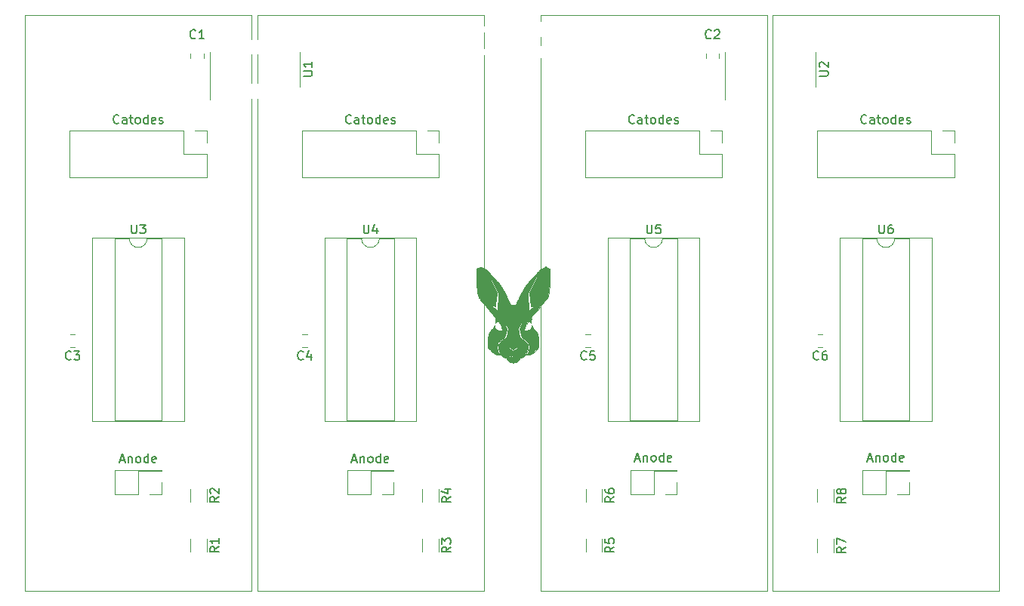
<source format=gto>
G04 #@! TF.GenerationSoftware,KiCad,Pcbnew,(5.1.12-1-10_14)*
G04 #@! TF.CreationDate,2022-01-30T16:38:09+01:00*
G04 #@! TF.ProjectId,NixieDisplayControllerV2,4e697869-6544-4697-9370-6c6179436f6e,rev?*
G04 #@! TF.SameCoordinates,Original*
G04 #@! TF.FileFunction,Legend,Top*
G04 #@! TF.FilePolarity,Positive*
%FSLAX46Y46*%
G04 Gerber Fmt 4.6, Leading zero omitted, Abs format (unit mm)*
G04 Created by KiCad (PCBNEW (5.1.12-1-10_14)) date 2022-01-30 16:38:09*
%MOMM*%
%LPD*%
G01*
G04 APERTURE LIST*
%ADD10C,0.150000*%
%ADD11C,0.120000*%
%ADD12C,0.010000*%
%ADD13O,1.676400X1.270000*%
%ADD14O,1.676400X1.676400*%
%ADD15C,1.676400*%
%ADD16O,1.700000X1.700000*%
%ADD17R,1.700000X1.700000*%
%ADD18C,0.800000*%
%ADD19C,6.400000*%
%ADD20O,1.600000X1.600000*%
%ADD21R,1.600000X1.600000*%
G04 APERTURE END LIST*
D10*
X182618333Y-81573642D02*
X182570714Y-81621261D01*
X182427857Y-81668880D01*
X182332619Y-81668880D01*
X182189761Y-81621261D01*
X182094523Y-81526023D01*
X182046904Y-81430785D01*
X181999285Y-81240309D01*
X181999285Y-81097452D01*
X182046904Y-80906976D01*
X182094523Y-80811738D01*
X182189761Y-80716500D01*
X182332619Y-80668880D01*
X182427857Y-80668880D01*
X182570714Y-80716500D01*
X182618333Y-80764119D01*
X183475476Y-81668880D02*
X183475476Y-81145071D01*
X183427857Y-81049833D01*
X183332619Y-81002214D01*
X183142142Y-81002214D01*
X183046904Y-81049833D01*
X183475476Y-81621261D02*
X183380238Y-81668880D01*
X183142142Y-81668880D01*
X183046904Y-81621261D01*
X182999285Y-81526023D01*
X182999285Y-81430785D01*
X183046904Y-81335547D01*
X183142142Y-81287928D01*
X183380238Y-81287928D01*
X183475476Y-81240309D01*
X183808809Y-81002214D02*
X184189761Y-81002214D01*
X183951666Y-80668880D02*
X183951666Y-81526023D01*
X183999285Y-81621261D01*
X184094523Y-81668880D01*
X184189761Y-81668880D01*
X184665952Y-81668880D02*
X184570714Y-81621261D01*
X184523095Y-81573642D01*
X184475476Y-81478404D01*
X184475476Y-81192690D01*
X184523095Y-81097452D01*
X184570714Y-81049833D01*
X184665952Y-81002214D01*
X184808809Y-81002214D01*
X184904047Y-81049833D01*
X184951666Y-81097452D01*
X184999285Y-81192690D01*
X184999285Y-81478404D01*
X184951666Y-81573642D01*
X184904047Y-81621261D01*
X184808809Y-81668880D01*
X184665952Y-81668880D01*
X185856428Y-81668880D02*
X185856428Y-80668880D01*
X185856428Y-81621261D02*
X185761190Y-81668880D01*
X185570714Y-81668880D01*
X185475476Y-81621261D01*
X185427857Y-81573642D01*
X185380238Y-81478404D01*
X185380238Y-81192690D01*
X185427857Y-81097452D01*
X185475476Y-81049833D01*
X185570714Y-81002214D01*
X185761190Y-81002214D01*
X185856428Y-81049833D01*
X186713571Y-81621261D02*
X186618333Y-81668880D01*
X186427857Y-81668880D01*
X186332619Y-81621261D01*
X186285000Y-81526023D01*
X186285000Y-81145071D01*
X186332619Y-81049833D01*
X186427857Y-81002214D01*
X186618333Y-81002214D01*
X186713571Y-81049833D01*
X186761190Y-81145071D01*
X186761190Y-81240309D01*
X186285000Y-81335547D01*
X187142142Y-81621261D02*
X187237380Y-81668880D01*
X187427857Y-81668880D01*
X187523095Y-81621261D01*
X187570714Y-81526023D01*
X187570714Y-81478404D01*
X187523095Y-81383166D01*
X187427857Y-81335547D01*
X187285000Y-81335547D01*
X187189761Y-81287928D01*
X187142142Y-81192690D01*
X187142142Y-81145071D01*
X187189761Y-81049833D01*
X187285000Y-81002214D01*
X187427857Y-81002214D01*
X187523095Y-81049833D01*
X156583333Y-81573642D02*
X156535714Y-81621261D01*
X156392857Y-81668880D01*
X156297619Y-81668880D01*
X156154761Y-81621261D01*
X156059523Y-81526023D01*
X156011904Y-81430785D01*
X155964285Y-81240309D01*
X155964285Y-81097452D01*
X156011904Y-80906976D01*
X156059523Y-80811738D01*
X156154761Y-80716500D01*
X156297619Y-80668880D01*
X156392857Y-80668880D01*
X156535714Y-80716500D01*
X156583333Y-80764119D01*
X157440476Y-81668880D02*
X157440476Y-81145071D01*
X157392857Y-81049833D01*
X157297619Y-81002214D01*
X157107142Y-81002214D01*
X157011904Y-81049833D01*
X157440476Y-81621261D02*
X157345238Y-81668880D01*
X157107142Y-81668880D01*
X157011904Y-81621261D01*
X156964285Y-81526023D01*
X156964285Y-81430785D01*
X157011904Y-81335547D01*
X157107142Y-81287928D01*
X157345238Y-81287928D01*
X157440476Y-81240309D01*
X157773809Y-81002214D02*
X158154761Y-81002214D01*
X157916666Y-80668880D02*
X157916666Y-81526023D01*
X157964285Y-81621261D01*
X158059523Y-81668880D01*
X158154761Y-81668880D01*
X158630952Y-81668880D02*
X158535714Y-81621261D01*
X158488095Y-81573642D01*
X158440476Y-81478404D01*
X158440476Y-81192690D01*
X158488095Y-81097452D01*
X158535714Y-81049833D01*
X158630952Y-81002214D01*
X158773809Y-81002214D01*
X158869047Y-81049833D01*
X158916666Y-81097452D01*
X158964285Y-81192690D01*
X158964285Y-81478404D01*
X158916666Y-81573642D01*
X158869047Y-81621261D01*
X158773809Y-81668880D01*
X158630952Y-81668880D01*
X159821428Y-81668880D02*
X159821428Y-80668880D01*
X159821428Y-81621261D02*
X159726190Y-81668880D01*
X159535714Y-81668880D01*
X159440476Y-81621261D01*
X159392857Y-81573642D01*
X159345238Y-81478404D01*
X159345238Y-81192690D01*
X159392857Y-81097452D01*
X159440476Y-81049833D01*
X159535714Y-81002214D01*
X159726190Y-81002214D01*
X159821428Y-81049833D01*
X160678571Y-81621261D02*
X160583333Y-81668880D01*
X160392857Y-81668880D01*
X160297619Y-81621261D01*
X160250000Y-81526023D01*
X160250000Y-81145071D01*
X160297619Y-81049833D01*
X160392857Y-81002214D01*
X160583333Y-81002214D01*
X160678571Y-81049833D01*
X160726190Y-81145071D01*
X160726190Y-81240309D01*
X160250000Y-81335547D01*
X161107142Y-81621261D02*
X161202380Y-81668880D01*
X161392857Y-81668880D01*
X161488095Y-81621261D01*
X161535714Y-81526023D01*
X161535714Y-81478404D01*
X161488095Y-81383166D01*
X161392857Y-81335547D01*
X161250000Y-81335547D01*
X161154761Y-81287928D01*
X161107142Y-81192690D01*
X161107142Y-81145071D01*
X161154761Y-81049833D01*
X161250000Y-81002214D01*
X161392857Y-81002214D01*
X161488095Y-81049833D01*
X124833333Y-81573642D02*
X124785714Y-81621261D01*
X124642857Y-81668880D01*
X124547619Y-81668880D01*
X124404761Y-81621261D01*
X124309523Y-81526023D01*
X124261904Y-81430785D01*
X124214285Y-81240309D01*
X124214285Y-81097452D01*
X124261904Y-80906976D01*
X124309523Y-80811738D01*
X124404761Y-80716500D01*
X124547619Y-80668880D01*
X124642857Y-80668880D01*
X124785714Y-80716500D01*
X124833333Y-80764119D01*
X125690476Y-81668880D02*
X125690476Y-81145071D01*
X125642857Y-81049833D01*
X125547619Y-81002214D01*
X125357142Y-81002214D01*
X125261904Y-81049833D01*
X125690476Y-81621261D02*
X125595238Y-81668880D01*
X125357142Y-81668880D01*
X125261904Y-81621261D01*
X125214285Y-81526023D01*
X125214285Y-81430785D01*
X125261904Y-81335547D01*
X125357142Y-81287928D01*
X125595238Y-81287928D01*
X125690476Y-81240309D01*
X126023809Y-81002214D02*
X126404761Y-81002214D01*
X126166666Y-80668880D02*
X126166666Y-81526023D01*
X126214285Y-81621261D01*
X126309523Y-81668880D01*
X126404761Y-81668880D01*
X126880952Y-81668880D02*
X126785714Y-81621261D01*
X126738095Y-81573642D01*
X126690476Y-81478404D01*
X126690476Y-81192690D01*
X126738095Y-81097452D01*
X126785714Y-81049833D01*
X126880952Y-81002214D01*
X127023809Y-81002214D01*
X127119047Y-81049833D01*
X127166666Y-81097452D01*
X127214285Y-81192690D01*
X127214285Y-81478404D01*
X127166666Y-81573642D01*
X127119047Y-81621261D01*
X127023809Y-81668880D01*
X126880952Y-81668880D01*
X128071428Y-81668880D02*
X128071428Y-80668880D01*
X128071428Y-81621261D02*
X127976190Y-81668880D01*
X127785714Y-81668880D01*
X127690476Y-81621261D01*
X127642857Y-81573642D01*
X127595238Y-81478404D01*
X127595238Y-81192690D01*
X127642857Y-81097452D01*
X127690476Y-81049833D01*
X127785714Y-81002214D01*
X127976190Y-81002214D01*
X128071428Y-81049833D01*
X128928571Y-81621261D02*
X128833333Y-81668880D01*
X128642857Y-81668880D01*
X128547619Y-81621261D01*
X128500000Y-81526023D01*
X128500000Y-81145071D01*
X128547619Y-81049833D01*
X128642857Y-81002214D01*
X128833333Y-81002214D01*
X128928571Y-81049833D01*
X128976190Y-81145071D01*
X128976190Y-81240309D01*
X128500000Y-81335547D01*
X129357142Y-81621261D02*
X129452380Y-81668880D01*
X129642857Y-81668880D01*
X129738095Y-81621261D01*
X129785714Y-81526023D01*
X129785714Y-81478404D01*
X129738095Y-81383166D01*
X129642857Y-81335547D01*
X129500000Y-81335547D01*
X129404761Y-81287928D01*
X129357142Y-81192690D01*
X129357142Y-81145071D01*
X129404761Y-81049833D01*
X129500000Y-81002214D01*
X129642857Y-81002214D01*
X129738095Y-81049833D01*
X98798333Y-81573642D02*
X98750714Y-81621261D01*
X98607857Y-81668880D01*
X98512619Y-81668880D01*
X98369761Y-81621261D01*
X98274523Y-81526023D01*
X98226904Y-81430785D01*
X98179285Y-81240309D01*
X98179285Y-81097452D01*
X98226904Y-80906976D01*
X98274523Y-80811738D01*
X98369761Y-80716500D01*
X98512619Y-80668880D01*
X98607857Y-80668880D01*
X98750714Y-80716500D01*
X98798333Y-80764119D01*
X99655476Y-81668880D02*
X99655476Y-81145071D01*
X99607857Y-81049833D01*
X99512619Y-81002214D01*
X99322142Y-81002214D01*
X99226904Y-81049833D01*
X99655476Y-81621261D02*
X99560238Y-81668880D01*
X99322142Y-81668880D01*
X99226904Y-81621261D01*
X99179285Y-81526023D01*
X99179285Y-81430785D01*
X99226904Y-81335547D01*
X99322142Y-81287928D01*
X99560238Y-81287928D01*
X99655476Y-81240309D01*
X99988809Y-81002214D02*
X100369761Y-81002214D01*
X100131666Y-80668880D02*
X100131666Y-81526023D01*
X100179285Y-81621261D01*
X100274523Y-81668880D01*
X100369761Y-81668880D01*
X100845952Y-81668880D02*
X100750714Y-81621261D01*
X100703095Y-81573642D01*
X100655476Y-81478404D01*
X100655476Y-81192690D01*
X100703095Y-81097452D01*
X100750714Y-81049833D01*
X100845952Y-81002214D01*
X100988809Y-81002214D01*
X101084047Y-81049833D01*
X101131666Y-81097452D01*
X101179285Y-81192690D01*
X101179285Y-81478404D01*
X101131666Y-81573642D01*
X101084047Y-81621261D01*
X100988809Y-81668880D01*
X100845952Y-81668880D01*
X102036428Y-81668880D02*
X102036428Y-80668880D01*
X102036428Y-81621261D02*
X101941190Y-81668880D01*
X101750714Y-81668880D01*
X101655476Y-81621261D01*
X101607857Y-81573642D01*
X101560238Y-81478404D01*
X101560238Y-81192690D01*
X101607857Y-81097452D01*
X101655476Y-81049833D01*
X101750714Y-81002214D01*
X101941190Y-81002214D01*
X102036428Y-81049833D01*
X102893571Y-81621261D02*
X102798333Y-81668880D01*
X102607857Y-81668880D01*
X102512619Y-81621261D01*
X102465000Y-81526023D01*
X102465000Y-81145071D01*
X102512619Y-81049833D01*
X102607857Y-81002214D01*
X102798333Y-81002214D01*
X102893571Y-81049833D01*
X102941190Y-81145071D01*
X102941190Y-81240309D01*
X102465000Y-81335547D01*
X103322142Y-81621261D02*
X103417380Y-81668880D01*
X103607857Y-81668880D01*
X103703095Y-81621261D01*
X103750714Y-81526023D01*
X103750714Y-81478404D01*
X103703095Y-81383166D01*
X103607857Y-81335547D01*
X103465000Y-81335547D01*
X103369761Y-81287928D01*
X103322142Y-81192690D01*
X103322142Y-81145071D01*
X103369761Y-81049833D01*
X103465000Y-81002214D01*
X103607857Y-81002214D01*
X103703095Y-81049833D01*
X182761190Y-119292666D02*
X183237380Y-119292666D01*
X182665952Y-119578380D02*
X182999285Y-118578380D01*
X183332619Y-119578380D01*
X183665952Y-118911714D02*
X183665952Y-119578380D01*
X183665952Y-119006952D02*
X183713571Y-118959333D01*
X183808809Y-118911714D01*
X183951666Y-118911714D01*
X184046904Y-118959333D01*
X184094523Y-119054571D01*
X184094523Y-119578380D01*
X184713571Y-119578380D02*
X184618333Y-119530761D01*
X184570714Y-119483142D01*
X184523095Y-119387904D01*
X184523095Y-119102190D01*
X184570714Y-119006952D01*
X184618333Y-118959333D01*
X184713571Y-118911714D01*
X184856428Y-118911714D01*
X184951666Y-118959333D01*
X184999285Y-119006952D01*
X185046904Y-119102190D01*
X185046904Y-119387904D01*
X184999285Y-119483142D01*
X184951666Y-119530761D01*
X184856428Y-119578380D01*
X184713571Y-119578380D01*
X185904047Y-119578380D02*
X185904047Y-118578380D01*
X185904047Y-119530761D02*
X185808809Y-119578380D01*
X185618333Y-119578380D01*
X185523095Y-119530761D01*
X185475476Y-119483142D01*
X185427857Y-119387904D01*
X185427857Y-119102190D01*
X185475476Y-119006952D01*
X185523095Y-118959333D01*
X185618333Y-118911714D01*
X185808809Y-118911714D01*
X185904047Y-118959333D01*
X186761190Y-119530761D02*
X186665952Y-119578380D01*
X186475476Y-119578380D01*
X186380238Y-119530761D01*
X186332619Y-119435523D01*
X186332619Y-119054571D01*
X186380238Y-118959333D01*
X186475476Y-118911714D01*
X186665952Y-118911714D01*
X186761190Y-118959333D01*
X186808809Y-119054571D01*
X186808809Y-119149809D01*
X186332619Y-119245047D01*
X156726190Y-119292666D02*
X157202380Y-119292666D01*
X156630952Y-119578380D02*
X156964285Y-118578380D01*
X157297619Y-119578380D01*
X157630952Y-118911714D02*
X157630952Y-119578380D01*
X157630952Y-119006952D02*
X157678571Y-118959333D01*
X157773809Y-118911714D01*
X157916666Y-118911714D01*
X158011904Y-118959333D01*
X158059523Y-119054571D01*
X158059523Y-119578380D01*
X158678571Y-119578380D02*
X158583333Y-119530761D01*
X158535714Y-119483142D01*
X158488095Y-119387904D01*
X158488095Y-119102190D01*
X158535714Y-119006952D01*
X158583333Y-118959333D01*
X158678571Y-118911714D01*
X158821428Y-118911714D01*
X158916666Y-118959333D01*
X158964285Y-119006952D01*
X159011904Y-119102190D01*
X159011904Y-119387904D01*
X158964285Y-119483142D01*
X158916666Y-119530761D01*
X158821428Y-119578380D01*
X158678571Y-119578380D01*
X159869047Y-119578380D02*
X159869047Y-118578380D01*
X159869047Y-119530761D02*
X159773809Y-119578380D01*
X159583333Y-119578380D01*
X159488095Y-119530761D01*
X159440476Y-119483142D01*
X159392857Y-119387904D01*
X159392857Y-119102190D01*
X159440476Y-119006952D01*
X159488095Y-118959333D01*
X159583333Y-118911714D01*
X159773809Y-118911714D01*
X159869047Y-118959333D01*
X160726190Y-119530761D02*
X160630952Y-119578380D01*
X160440476Y-119578380D01*
X160345238Y-119530761D01*
X160297619Y-119435523D01*
X160297619Y-119054571D01*
X160345238Y-118959333D01*
X160440476Y-118911714D01*
X160630952Y-118911714D01*
X160726190Y-118959333D01*
X160773809Y-119054571D01*
X160773809Y-119149809D01*
X160297619Y-119245047D01*
X124976190Y-119419666D02*
X125452380Y-119419666D01*
X124880952Y-119705380D02*
X125214285Y-118705380D01*
X125547619Y-119705380D01*
X125880952Y-119038714D02*
X125880952Y-119705380D01*
X125880952Y-119133952D02*
X125928571Y-119086333D01*
X126023809Y-119038714D01*
X126166666Y-119038714D01*
X126261904Y-119086333D01*
X126309523Y-119181571D01*
X126309523Y-119705380D01*
X126928571Y-119705380D02*
X126833333Y-119657761D01*
X126785714Y-119610142D01*
X126738095Y-119514904D01*
X126738095Y-119229190D01*
X126785714Y-119133952D01*
X126833333Y-119086333D01*
X126928571Y-119038714D01*
X127071428Y-119038714D01*
X127166666Y-119086333D01*
X127214285Y-119133952D01*
X127261904Y-119229190D01*
X127261904Y-119514904D01*
X127214285Y-119610142D01*
X127166666Y-119657761D01*
X127071428Y-119705380D01*
X126928571Y-119705380D01*
X128119047Y-119705380D02*
X128119047Y-118705380D01*
X128119047Y-119657761D02*
X128023809Y-119705380D01*
X127833333Y-119705380D01*
X127738095Y-119657761D01*
X127690476Y-119610142D01*
X127642857Y-119514904D01*
X127642857Y-119229190D01*
X127690476Y-119133952D01*
X127738095Y-119086333D01*
X127833333Y-119038714D01*
X128023809Y-119038714D01*
X128119047Y-119086333D01*
X128976190Y-119657761D02*
X128880952Y-119705380D01*
X128690476Y-119705380D01*
X128595238Y-119657761D01*
X128547619Y-119562523D01*
X128547619Y-119181571D01*
X128595238Y-119086333D01*
X128690476Y-119038714D01*
X128880952Y-119038714D01*
X128976190Y-119086333D01*
X129023809Y-119181571D01*
X129023809Y-119276809D01*
X128547619Y-119372047D01*
X98941190Y-119419666D02*
X99417380Y-119419666D01*
X98845952Y-119705380D02*
X99179285Y-118705380D01*
X99512619Y-119705380D01*
X99845952Y-119038714D02*
X99845952Y-119705380D01*
X99845952Y-119133952D02*
X99893571Y-119086333D01*
X99988809Y-119038714D01*
X100131666Y-119038714D01*
X100226904Y-119086333D01*
X100274523Y-119181571D01*
X100274523Y-119705380D01*
X100893571Y-119705380D02*
X100798333Y-119657761D01*
X100750714Y-119610142D01*
X100703095Y-119514904D01*
X100703095Y-119229190D01*
X100750714Y-119133952D01*
X100798333Y-119086333D01*
X100893571Y-119038714D01*
X101036428Y-119038714D01*
X101131666Y-119086333D01*
X101179285Y-119133952D01*
X101226904Y-119229190D01*
X101226904Y-119514904D01*
X101179285Y-119610142D01*
X101131666Y-119657761D01*
X101036428Y-119705380D01*
X100893571Y-119705380D01*
X102084047Y-119705380D02*
X102084047Y-118705380D01*
X102084047Y-119657761D02*
X101988809Y-119705380D01*
X101798333Y-119705380D01*
X101703095Y-119657761D01*
X101655476Y-119610142D01*
X101607857Y-119514904D01*
X101607857Y-119229190D01*
X101655476Y-119133952D01*
X101703095Y-119086333D01*
X101798333Y-119038714D01*
X101988809Y-119038714D01*
X102084047Y-119086333D01*
X102941190Y-119657761D02*
X102845952Y-119705380D01*
X102655476Y-119705380D01*
X102560238Y-119657761D01*
X102512619Y-119562523D01*
X102512619Y-119181571D01*
X102560238Y-119086333D01*
X102655476Y-119038714D01*
X102845952Y-119038714D01*
X102941190Y-119086333D01*
X102988809Y-119181571D01*
X102988809Y-119276809D01*
X102512619Y-119372047D01*
D11*
X158750000Y-134112000D02*
X171450000Y-134112000D01*
X158750000Y-134112000D02*
X146050000Y-134112000D01*
X184785000Y-134112000D02*
X197485000Y-134112000D01*
X184785000Y-134112000D02*
X172085000Y-134112000D01*
X184785000Y-69469000D02*
X172085000Y-69469000D01*
X197485000Y-134112000D02*
X197485000Y-69469000D01*
X172085000Y-69469000D02*
X172085000Y-134112000D01*
X184785000Y-69469000D02*
X197485000Y-69469000D01*
X158750000Y-69469000D02*
X146050000Y-69469000D01*
X171450000Y-134112000D02*
X171450000Y-69469000D01*
X146050000Y-69469000D02*
X146050000Y-134112000D01*
X158750000Y-69469000D02*
X171450000Y-69469000D01*
X127000000Y-134112000D02*
X139700000Y-134112000D01*
X127000000Y-134112000D02*
X114300000Y-134112000D01*
X127000000Y-69469000D02*
X114300000Y-69469000D01*
X139700000Y-134112000D02*
X139700000Y-69469000D01*
X114300000Y-69469000D02*
X114300000Y-134112000D01*
X127000000Y-69469000D02*
X139700000Y-69469000D01*
X113665000Y-134112000D02*
X113665000Y-69469000D01*
X88265000Y-69469000D02*
X88265000Y-134112000D01*
X100965000Y-69469000D02*
X113665000Y-69469000D01*
X100965000Y-69469000D02*
X88265000Y-69469000D01*
X100965000Y-134112000D02*
X88265000Y-134112000D01*
X100965000Y-134112000D02*
X113665000Y-134112000D01*
D12*
G36*
X146893617Y-97843489D02*
G01*
X147138091Y-97963567D01*
X147127083Y-98581634D01*
X147117972Y-98981338D01*
X147105451Y-99347714D01*
X147089482Y-99681132D01*
X147070025Y-99981963D01*
X147047044Y-100250577D01*
X147020500Y-100487343D01*
X146990354Y-100692634D01*
X146956570Y-100866818D01*
X146919108Y-101010266D01*
X146877930Y-101123348D01*
X146861934Y-101157197D01*
X146826347Y-101216909D01*
X146768694Y-101300236D01*
X146689939Y-101405964D01*
X146591049Y-101532877D01*
X146472987Y-101679761D01*
X146336719Y-101845402D01*
X146183211Y-102028584D01*
X146013426Y-102228093D01*
X145983014Y-102263545D01*
X145798524Y-102478721D01*
X145635015Y-102670183D01*
X145491063Y-102839610D01*
X145365244Y-102988684D01*
X145256132Y-103119086D01*
X145172802Y-103219732D01*
X145110891Y-103295637D01*
X145067942Y-103350790D01*
X145040946Y-103390211D01*
X145026899Y-103418923D01*
X145022794Y-103441950D01*
X145025625Y-103464314D01*
X145025840Y-103465265D01*
X145032477Y-103495698D01*
X145036859Y-103523095D01*
X145039017Y-103553825D01*
X145038984Y-103594257D01*
X145036795Y-103650760D01*
X145032481Y-103729703D01*
X145027633Y-103811438D01*
X145013089Y-104054376D01*
X144934062Y-103976538D01*
X144889133Y-103934241D01*
X144854900Y-103910916D01*
X144818775Y-103900946D01*
X144768167Y-103898715D01*
X144759590Y-103898700D01*
X144664144Y-103898700D01*
X144529771Y-104089200D01*
X144478076Y-104162817D01*
X144431412Y-104229868D01*
X144394320Y-104283787D01*
X144371342Y-104318010D01*
X144368763Y-104322034D01*
X144357935Y-104349094D01*
X144341443Y-104402033D01*
X144321117Y-104473701D01*
X144298791Y-104556950D01*
X144276294Y-104644632D01*
X144255457Y-104729597D01*
X144238113Y-104804698D01*
X144226092Y-104862786D01*
X144221225Y-104896711D01*
X144221199Y-104898082D01*
X144237237Y-104905508D01*
X144281828Y-104911037D01*
X144349686Y-104914173D01*
X144398035Y-104914701D01*
X144574871Y-104914701D01*
X144771245Y-104819190D01*
X144846392Y-104781092D01*
X144910426Y-104745716D01*
X144957060Y-104716744D01*
X144980007Y-104697858D01*
X144980881Y-104696424D01*
X144990765Y-104669352D01*
X145006978Y-104617783D01*
X145027010Y-104549913D01*
X145042376Y-104495600D01*
X145063122Y-104424650D01*
X145081730Y-104367713D01*
X145095874Y-104331525D01*
X145102323Y-104322034D01*
X145111668Y-104337177D01*
X145124274Y-104376598D01*
X145135628Y-104423768D01*
X145143141Y-104457224D01*
X145151988Y-104485556D01*
X145165405Y-104512746D01*
X145186628Y-104542773D01*
X145218893Y-104579617D01*
X145265436Y-104627258D01*
X145329494Y-104689678D01*
X145414302Y-104770855D01*
X145430042Y-104785878D01*
X145702866Y-105046254D01*
X145849478Y-105706606D01*
X145837101Y-106245371D01*
X145824725Y-106784137D01*
X145463236Y-107158894D01*
X145101746Y-107533650D01*
X144778857Y-107572048D01*
X144677983Y-107583453D01*
X144588874Y-107592404D01*
X144516886Y-107598455D01*
X144467377Y-107601161D01*
X144445703Y-107600074D01*
X144445347Y-107599826D01*
X144451628Y-107583910D01*
X144477250Y-107549938D01*
X144517564Y-107503763D01*
X144544216Y-107475387D01*
X144615693Y-107401380D01*
X144668034Y-107345618D01*
X144704709Y-107301126D01*
X144729189Y-107260933D01*
X144744942Y-107218065D01*
X144755438Y-107165549D01*
X144764148Y-107096410D01*
X144773218Y-107015171D01*
X144784153Y-106914806D01*
X144790628Y-106836275D01*
X144792633Y-106768319D01*
X144790157Y-106699683D01*
X144783192Y-106619110D01*
X144772793Y-106524608D01*
X144759953Y-106420637D01*
X144748335Y-106345802D01*
X144736949Y-106295442D01*
X144724802Y-106264899D01*
X144714880Y-106252434D01*
X144694308Y-106235215D01*
X144651322Y-106199555D01*
X144589653Y-106148538D01*
X144513032Y-106085247D01*
X144425191Y-106012768D01*
X144329861Y-105934185D01*
X144328593Y-105933140D01*
X143971900Y-105639247D01*
X143693996Y-104719967D01*
X143940664Y-104128712D01*
X143995835Y-103996074D01*
X144046468Y-103873577D01*
X144091169Y-103764653D01*
X144128545Y-103672736D01*
X144157199Y-103601257D01*
X144175737Y-103553649D01*
X144182766Y-103533345D01*
X144182749Y-103532872D01*
X144173652Y-103545875D01*
X144150069Y-103584786D01*
X144114077Y-103645973D01*
X144067753Y-103725803D01*
X144013177Y-103820645D01*
X143952425Y-103926866D01*
X143887574Y-104040835D01*
X143820704Y-104158920D01*
X143753891Y-104277489D01*
X143689213Y-104392910D01*
X143633520Y-104492944D01*
X143543418Y-104655388D01*
X143648649Y-105141690D01*
X143753879Y-105627991D01*
X143898639Y-105748995D01*
X143957590Y-105798485D01*
X144006580Y-105840014D01*
X144039968Y-105868775D01*
X144051866Y-105879589D01*
X144066798Y-105892959D01*
X144103625Y-105924776D01*
X144158367Y-105971637D01*
X144227044Y-106030137D01*
X144305678Y-106096873D01*
X144326822Y-106114780D01*
X144416569Y-106190572D01*
X144484687Y-106249337D01*
X144534796Y-106296618D01*
X144570517Y-106337960D01*
X144595470Y-106378906D01*
X144613274Y-106425001D01*
X144627550Y-106481788D01*
X144641917Y-106554811D01*
X144653216Y-106614634D01*
X144664204Y-106674264D01*
X144670920Y-106722216D01*
X144673146Y-106766705D01*
X144670664Y-106815948D01*
X144663254Y-106878160D01*
X144650697Y-106961557D01*
X144642611Y-107012567D01*
X144603206Y-107259967D01*
X144391036Y-107542023D01*
X144316519Y-107640576D01*
X144257207Y-107716319D01*
X144208057Y-107773594D01*
X144164029Y-107816738D01*
X144120079Y-107850092D01*
X144071166Y-107877994D01*
X144012247Y-107904784D01*
X143938281Y-107934802D01*
X143931523Y-107937488D01*
X143836579Y-107975218D01*
X143453156Y-107830506D01*
X143069733Y-107685795D01*
X143069733Y-107123598D01*
X143277166Y-106972462D01*
X143397632Y-106880775D01*
X143497900Y-106796334D01*
X143574983Y-106721858D01*
X143625893Y-106660066D01*
X143633505Y-106648073D01*
X143623713Y-106649366D01*
X143588759Y-106665775D01*
X143532635Y-106695186D01*
X143459332Y-106735481D01*
X143372844Y-106784545D01*
X143337171Y-106805153D01*
X143244195Y-106858661D01*
X143160603Y-106905890D01*
X143090986Y-106944318D01*
X143039932Y-106971423D01*
X143012031Y-106984684D01*
X143008763Y-106985591D01*
X142989559Y-106977752D01*
X142946161Y-106955765D01*
X142883677Y-106922462D01*
X142807214Y-106880677D01*
X142721879Y-106833245D01*
X142632780Y-106782998D01*
X142545023Y-106732771D01*
X142463717Y-106685397D01*
X142409333Y-106653016D01*
X142350066Y-106617284D01*
X142407839Y-106690522D01*
X142460885Y-106749937D01*
X142533068Y-106817101D01*
X142627434Y-106894595D01*
X142747028Y-106984999D01*
X142804933Y-107027022D01*
X142952039Y-107132744D01*
X142942733Y-107683048D01*
X142553266Y-107830965D01*
X142446001Y-107871665D01*
X142350042Y-107908000D01*
X142269659Y-107938359D01*
X142209126Y-107961131D01*
X142172713Y-107974705D01*
X142163800Y-107977877D01*
X142149984Y-107971352D01*
X142115682Y-107956406D01*
X142104533Y-107951642D01*
X142016027Y-107913875D01*
X141947407Y-107882911D01*
X141893148Y-107854180D01*
X141847726Y-107823110D01*
X141805613Y-107785130D01*
X141761286Y-107735670D01*
X141709218Y-107670158D01*
X141643885Y-107584023D01*
X141616944Y-107548267D01*
X141408755Y-107272133D01*
X141323407Y-106768901D01*
X141361973Y-106565701D01*
X141372106Y-106509597D01*
X141380566Y-106463808D01*
X141389916Y-106425242D01*
X141402716Y-106390808D01*
X141421527Y-106357414D01*
X141448911Y-106321968D01*
X141487429Y-106281379D01*
X141539642Y-106232556D01*
X141608110Y-106172406D01*
X141695396Y-106097838D01*
X141804061Y-106005761D01*
X141877402Y-105943531D01*
X142250832Y-105626162D01*
X142347016Y-105154959D01*
X142371864Y-105032519D01*
X142394330Y-104920458D01*
X142413550Y-104823190D01*
X142428662Y-104745130D01*
X142438803Y-104690691D01*
X142443110Y-104664289D01*
X142443200Y-104662946D01*
X142435254Y-104643164D01*
X142412846Y-104597921D01*
X142378120Y-104531273D01*
X142333221Y-104447274D01*
X142280291Y-104349979D01*
X142221475Y-104243443D01*
X142219997Y-104240785D01*
X142155036Y-104123930D01*
X142090143Y-104007113D01*
X142028758Y-103896533D01*
X141974321Y-103798387D01*
X141930270Y-103718874D01*
X141905642Y-103674334D01*
X141868747Y-103608277D01*
X141838068Y-103554801D01*
X141817087Y-103519878D01*
X141809426Y-103509234D01*
X141814449Y-103524339D01*
X141830943Y-103567387D01*
X141857553Y-103634980D01*
X141892922Y-103723717D01*
X141935694Y-103830198D01*
X141984514Y-103951024D01*
X142038024Y-104082795D01*
X142047528Y-104106134D01*
X142102041Y-104240521D01*
X142152295Y-104365514D01*
X142196888Y-104477544D01*
X142234419Y-104573038D01*
X142263484Y-104648427D01*
X142282684Y-104700140D01*
X142290615Y-104724605D01*
X142290747Y-104725666D01*
X142286226Y-104747385D01*
X142273451Y-104797147D01*
X142253647Y-104870479D01*
X142228040Y-104962910D01*
X142197854Y-105069970D01*
X142164314Y-105187186D01*
X142163800Y-105188973D01*
X142130358Y-105305147D01*
X142100215Y-105410128D01*
X142074578Y-105499683D01*
X142054659Y-105569578D01*
X142041665Y-105615578D01*
X142036807Y-105633449D01*
X142036800Y-105633521D01*
X142024253Y-105644834D01*
X141988760Y-105674966D01*
X141933537Y-105721231D01*
X141861804Y-105780947D01*
X141776779Y-105851429D01*
X141681679Y-105929993D01*
X141649275Y-105956706D01*
X141261751Y-106276020D01*
X141233051Y-106523116D01*
X141221814Y-106624352D01*
X141215078Y-106703211D01*
X141212828Y-106770878D01*
X141215051Y-106838539D01*
X141221734Y-106917382D01*
X141232461Y-107015089D01*
X141244829Y-107116446D01*
X141256267Y-107190432D01*
X141268626Y-107243425D01*
X141283756Y-107281808D01*
X141303510Y-107311960D01*
X141325600Y-107336167D01*
X141389518Y-107401516D01*
X141448665Y-107464581D01*
X141498912Y-107520670D01*
X141536128Y-107565092D01*
X141556183Y-107593158D01*
X141558149Y-107600329D01*
X141538955Y-107601560D01*
X141491504Y-107598987D01*
X141421136Y-107593063D01*
X141333190Y-107584243D01*
X141233009Y-107572979D01*
X141224464Y-107571967D01*
X140900897Y-107533489D01*
X140840110Y-107464461D01*
X140811154Y-107433072D01*
X140762444Y-107381946D01*
X140698116Y-107315354D01*
X140622307Y-107237563D01*
X140539154Y-107152841D01*
X140481686Y-107094623D01*
X140184050Y-106793812D01*
X140169213Y-106256423D01*
X140154377Y-105719034D01*
X140226734Y-105388834D01*
X140299092Y-105058634D01*
X140410312Y-104948567D01*
X140467800Y-104892024D01*
X140540119Y-104821402D01*
X140617658Y-104746062D01*
X140685035Y-104680931D01*
X140752804Y-104614662D01*
X140800032Y-104565158D01*
X140831233Y-104526398D01*
X140850921Y-104492360D01*
X140863610Y-104457024D01*
X140869115Y-104435397D01*
X140882740Y-104381731D01*
X140895118Y-104340535D01*
X140900467Y-104327015D01*
X140908736Y-104334354D01*
X140923619Y-104369030D01*
X140943106Y-104425632D01*
X140965191Y-104498745D01*
X140968410Y-104510116D01*
X141025579Y-104713635D01*
X141426679Y-104914701D01*
X141604739Y-104914701D01*
X141688289Y-104913125D01*
X141747629Y-104908647D01*
X141778896Y-104901643D01*
X141782800Y-104897447D01*
X141779206Y-104875778D01*
X141769283Y-104827125D01*
X141754313Y-104757501D01*
X141735581Y-104672923D01*
X141722789Y-104616267D01*
X141662778Y-104352342D01*
X141506173Y-104129754D01*
X141349568Y-103907167D01*
X141260778Y-103902028D01*
X141208942Y-103900978D01*
X141171906Y-103908628D01*
X141136185Y-103930112D01*
X141094010Y-103965528D01*
X141051085Y-104001695D01*
X141018059Y-104026564D01*
X141003877Y-104034167D01*
X140997313Y-104018358D01*
X140990841Y-103975423D01*
X140984784Y-103912103D01*
X140979465Y-103835139D01*
X140975207Y-103751271D01*
X140972332Y-103667240D01*
X140971164Y-103589786D01*
X140972024Y-103525650D01*
X140975236Y-103481572D01*
X140976968Y-103472161D01*
X140992404Y-103409688D01*
X140660117Y-103014961D01*
X140558938Y-102894921D01*
X140442581Y-102757126D01*
X140317833Y-102609598D01*
X140191482Y-102460360D01*
X140070316Y-102317432D01*
X139961121Y-102188838D01*
X139960778Y-102188434D01*
X139799676Y-101998276D01*
X139659681Y-101831573D01*
X139539367Y-101686497D01*
X139437309Y-101561218D01*
X139352080Y-101453910D01*
X139282255Y-101362743D01*
X139226407Y-101285889D01*
X139183112Y-101221521D01*
X139150942Y-101167810D01*
X139128472Y-101122927D01*
X139126828Y-101119143D01*
X139085623Y-101002376D01*
X139047706Y-100852069D01*
X139013102Y-100668390D01*
X138981838Y-100451509D01*
X138953941Y-100201593D01*
X138929437Y-99918813D01*
X138920886Y-99800834D01*
X138916191Y-99721456D01*
X138911340Y-99619111D01*
X138906429Y-99497793D01*
X138901553Y-99361494D01*
X138896808Y-99214210D01*
X138892289Y-99059933D01*
X138888091Y-98902658D01*
X138884310Y-98746378D01*
X138881042Y-98595087D01*
X138878382Y-98452778D01*
X138876426Y-98323446D01*
X138875269Y-98211085D01*
X138875006Y-98119687D01*
X138875732Y-98053247D01*
X138877545Y-98015758D01*
X138878113Y-98011716D01*
X138883939Y-97988293D01*
X138894718Y-97968620D01*
X138915283Y-97949273D01*
X138950466Y-97926824D01*
X139005098Y-97897847D01*
X139084013Y-97858919D01*
X139114498Y-97844132D01*
X139196480Y-97805510D01*
X139269647Y-97773048D01*
X139327708Y-97749387D01*
X139364375Y-97737166D01*
X139371794Y-97736077D01*
X139397716Y-97744024D01*
X139447173Y-97765099D01*
X139513863Y-97796412D01*
X139591480Y-97835074D01*
X139621158Y-97850377D01*
X139838650Y-97963567D01*
X140506875Y-99292066D01*
X141175101Y-100620565D01*
X141080921Y-101366399D01*
X141061334Y-101521995D01*
X141043130Y-101667534D01*
X141026738Y-101799510D01*
X141012589Y-101914421D01*
X141001113Y-102008762D01*
X140992738Y-102079029D01*
X140987896Y-102121718D01*
X140986837Y-102133401D01*
X140977641Y-102148131D01*
X140947571Y-102153328D01*
X140893166Y-102148901D01*
X140810969Y-102134759D01*
X140776758Y-102127862D01*
X140713102Y-102115880D01*
X140661716Y-102108384D01*
X140632056Y-102106701D01*
X140629589Y-102107171D01*
X140636675Y-102119480D01*
X140666126Y-102150913D01*
X140714732Y-102198392D01*
X140779281Y-102258840D01*
X140856564Y-102329178D01*
X140922008Y-102387504D01*
X141232466Y-102661824D01*
X141244446Y-102598696D01*
X141247749Y-102570301D01*
X141252928Y-102511395D01*
X141259746Y-102425268D01*
X141267965Y-102315211D01*
X141277348Y-102184514D01*
X141287657Y-102036466D01*
X141298654Y-101874357D01*
X141310102Y-101701478D01*
X141317660Y-101585071D01*
X141378895Y-100634575D01*
X140926309Y-99807071D01*
X140832444Y-99635452D01*
X140735766Y-99458698D01*
X140638942Y-99281681D01*
X140544633Y-99109269D01*
X140455506Y-98946335D01*
X140374223Y-98797747D01*
X140303449Y-98668377D01*
X140245849Y-98563094D01*
X140238270Y-98549243D01*
X140176623Y-98436425D01*
X140119168Y-98330996D01*
X140068244Y-98237269D01*
X140026189Y-98159560D01*
X139995344Y-98102182D01*
X139978046Y-98069449D01*
X139976620Y-98066643D01*
X139968588Y-98051127D01*
X139962214Y-98038641D01*
X139959466Y-98031174D01*
X139962316Y-98030713D01*
X139972732Y-98039246D01*
X139992684Y-98058762D01*
X140024144Y-98091247D01*
X140069080Y-98138689D01*
X140129462Y-98203078D01*
X140207261Y-98286399D01*
X140304446Y-98390641D01*
X140411463Y-98505434D01*
X140517632Y-98619230D01*
X140627776Y-98737182D01*
X140736842Y-98853887D01*
X140839777Y-98963940D01*
X140931527Y-99061937D01*
X141007041Y-99142474D01*
X141028978Y-99165834D01*
X141123298Y-99266373D01*
X141198770Y-99347475D01*
X141259825Y-99414298D01*
X141310894Y-99472005D01*
X141356405Y-99525756D01*
X141400790Y-99580711D01*
X141448479Y-99642031D01*
X141503902Y-99714877D01*
X141530179Y-99749657D01*
X141559189Y-99788394D01*
X141586407Y-99825757D01*
X141612923Y-99863775D01*
X141639827Y-99904480D01*
X141668209Y-99949902D01*
X141699160Y-100002070D01*
X141733769Y-100063016D01*
X141773126Y-100134770D01*
X141818321Y-100219362D01*
X141870445Y-100318822D01*
X141930587Y-100435180D01*
X141999837Y-100570468D01*
X142079285Y-100726715D01*
X142170022Y-100905952D01*
X142273138Y-101110209D01*
X142389722Y-101341516D01*
X142464477Y-101489934D01*
X142705390Y-101968301D01*
X143001861Y-101968242D01*
X143298333Y-101968184D01*
X143484599Y-101599752D01*
X143613669Y-101344436D01*
X143728456Y-101117409D01*
X143829995Y-100916753D01*
X143919315Y-100740550D01*
X143997449Y-100586881D01*
X144065429Y-100453828D01*
X144124286Y-100339474D01*
X144175051Y-100241900D01*
X144218757Y-100159187D01*
X144256436Y-100089419D01*
X144289118Y-100030676D01*
X144317835Y-99981041D01*
X144343620Y-99938596D01*
X144367503Y-99901421D01*
X144390517Y-99867600D01*
X144413692Y-99835214D01*
X144438062Y-99802345D01*
X144464657Y-99767074D01*
X144484274Y-99741092D01*
X144530943Y-99680244D01*
X144580736Y-99617741D01*
X144635809Y-99551169D01*
X144698320Y-99478118D01*
X144770426Y-99396175D01*
X144854283Y-99302928D01*
X144952049Y-99195965D01*
X145065882Y-99072874D01*
X145197937Y-98931244D01*
X145350373Y-98768661D01*
X145423466Y-98690919D01*
X145497193Y-98612331D01*
X145585347Y-98518014D01*
X145679386Y-98417125D01*
X145770771Y-98318824D01*
X145821400Y-98264220D01*
X145889933Y-98190623D01*
X145950204Y-98126687D01*
X145998623Y-98076154D01*
X146031600Y-98042765D01*
X146045547Y-98030265D01*
X146045736Y-98030282D01*
X146038425Y-98045347D01*
X146015986Y-98087975D01*
X145979577Y-98156032D01*
X145930354Y-98247385D01*
X145869475Y-98359902D01*
X145798097Y-98491450D01*
X145717376Y-98639896D01*
X145628470Y-98803108D01*
X145532535Y-98978953D01*
X145430730Y-99165298D01*
X145338514Y-99333878D01*
X144627089Y-100633694D01*
X144693849Y-101641258D01*
X144705964Y-101822551D01*
X144717590Y-101993592D01*
X144728515Y-102151425D01*
X144738525Y-102293095D01*
X144747405Y-102415645D01*
X144754940Y-102516120D01*
X144760918Y-102591565D01*
X144765125Y-102639022D01*
X144767303Y-102655516D01*
X144783097Y-102650677D01*
X144806632Y-102632641D01*
X144828534Y-102613033D01*
X144871622Y-102574655D01*
X144931740Y-102521202D01*
X145004730Y-102456369D01*
X145086437Y-102383850D01*
X145122899Y-102351505D01*
X145204677Y-102278788D01*
X145277221Y-102213929D01*
X145336939Y-102160169D01*
X145380236Y-102120751D01*
X145403519Y-102098916D01*
X145406533Y-102095614D01*
X145391214Y-102096907D01*
X145350196Y-102104002D01*
X145290887Y-102115569D01*
X145258366Y-102122261D01*
X145186220Y-102136420D01*
X145122169Y-102147350D01*
X145076774Y-102153307D01*
X145066947Y-102153900D01*
X145023695Y-102154567D01*
X144928028Y-101390963D01*
X144832362Y-100627358D01*
X145498660Y-99295463D01*
X146164957Y-97963567D01*
X146407050Y-97843489D01*
X146649142Y-97723411D01*
X146893617Y-97843489D01*
G37*
X146893617Y-97843489D02*
X147138091Y-97963567D01*
X147127083Y-98581634D01*
X147117972Y-98981338D01*
X147105451Y-99347714D01*
X147089482Y-99681132D01*
X147070025Y-99981963D01*
X147047044Y-100250577D01*
X147020500Y-100487343D01*
X146990354Y-100692634D01*
X146956570Y-100866818D01*
X146919108Y-101010266D01*
X146877930Y-101123348D01*
X146861934Y-101157197D01*
X146826347Y-101216909D01*
X146768694Y-101300236D01*
X146689939Y-101405964D01*
X146591049Y-101532877D01*
X146472987Y-101679761D01*
X146336719Y-101845402D01*
X146183211Y-102028584D01*
X146013426Y-102228093D01*
X145983014Y-102263545D01*
X145798524Y-102478721D01*
X145635015Y-102670183D01*
X145491063Y-102839610D01*
X145365244Y-102988684D01*
X145256132Y-103119086D01*
X145172802Y-103219732D01*
X145110891Y-103295637D01*
X145067942Y-103350790D01*
X145040946Y-103390211D01*
X145026899Y-103418923D01*
X145022794Y-103441950D01*
X145025625Y-103464314D01*
X145025840Y-103465265D01*
X145032477Y-103495698D01*
X145036859Y-103523095D01*
X145039017Y-103553825D01*
X145038984Y-103594257D01*
X145036795Y-103650760D01*
X145032481Y-103729703D01*
X145027633Y-103811438D01*
X145013089Y-104054376D01*
X144934062Y-103976538D01*
X144889133Y-103934241D01*
X144854900Y-103910916D01*
X144818775Y-103900946D01*
X144768167Y-103898715D01*
X144759590Y-103898700D01*
X144664144Y-103898700D01*
X144529771Y-104089200D01*
X144478076Y-104162817D01*
X144431412Y-104229868D01*
X144394320Y-104283787D01*
X144371342Y-104318010D01*
X144368763Y-104322034D01*
X144357935Y-104349094D01*
X144341443Y-104402033D01*
X144321117Y-104473701D01*
X144298791Y-104556950D01*
X144276294Y-104644632D01*
X144255457Y-104729597D01*
X144238113Y-104804698D01*
X144226092Y-104862786D01*
X144221225Y-104896711D01*
X144221199Y-104898082D01*
X144237237Y-104905508D01*
X144281828Y-104911037D01*
X144349686Y-104914173D01*
X144398035Y-104914701D01*
X144574871Y-104914701D01*
X144771245Y-104819190D01*
X144846392Y-104781092D01*
X144910426Y-104745716D01*
X144957060Y-104716744D01*
X144980007Y-104697858D01*
X144980881Y-104696424D01*
X144990765Y-104669352D01*
X145006978Y-104617783D01*
X145027010Y-104549913D01*
X145042376Y-104495600D01*
X145063122Y-104424650D01*
X145081730Y-104367713D01*
X145095874Y-104331525D01*
X145102323Y-104322034D01*
X145111668Y-104337177D01*
X145124274Y-104376598D01*
X145135628Y-104423768D01*
X145143141Y-104457224D01*
X145151988Y-104485556D01*
X145165405Y-104512746D01*
X145186628Y-104542773D01*
X145218893Y-104579617D01*
X145265436Y-104627258D01*
X145329494Y-104689678D01*
X145414302Y-104770855D01*
X145430042Y-104785878D01*
X145702866Y-105046254D01*
X145849478Y-105706606D01*
X145837101Y-106245371D01*
X145824725Y-106784137D01*
X145463236Y-107158894D01*
X145101746Y-107533650D01*
X144778857Y-107572048D01*
X144677983Y-107583453D01*
X144588874Y-107592404D01*
X144516886Y-107598455D01*
X144467377Y-107601161D01*
X144445703Y-107600074D01*
X144445347Y-107599826D01*
X144451628Y-107583910D01*
X144477250Y-107549938D01*
X144517564Y-107503763D01*
X144544216Y-107475387D01*
X144615693Y-107401380D01*
X144668034Y-107345618D01*
X144704709Y-107301126D01*
X144729189Y-107260933D01*
X144744942Y-107218065D01*
X144755438Y-107165549D01*
X144764148Y-107096410D01*
X144773218Y-107015171D01*
X144784153Y-106914806D01*
X144790628Y-106836275D01*
X144792633Y-106768319D01*
X144790157Y-106699683D01*
X144783192Y-106619110D01*
X144772793Y-106524608D01*
X144759953Y-106420637D01*
X144748335Y-106345802D01*
X144736949Y-106295442D01*
X144724802Y-106264899D01*
X144714880Y-106252434D01*
X144694308Y-106235215D01*
X144651322Y-106199555D01*
X144589653Y-106148538D01*
X144513032Y-106085247D01*
X144425191Y-106012768D01*
X144329861Y-105934185D01*
X144328593Y-105933140D01*
X143971900Y-105639247D01*
X143693996Y-104719967D01*
X143940664Y-104128712D01*
X143995835Y-103996074D01*
X144046468Y-103873577D01*
X144091169Y-103764653D01*
X144128545Y-103672736D01*
X144157199Y-103601257D01*
X144175737Y-103553649D01*
X144182766Y-103533345D01*
X144182749Y-103532872D01*
X144173652Y-103545875D01*
X144150069Y-103584786D01*
X144114077Y-103645973D01*
X144067753Y-103725803D01*
X144013177Y-103820645D01*
X143952425Y-103926866D01*
X143887574Y-104040835D01*
X143820704Y-104158920D01*
X143753891Y-104277489D01*
X143689213Y-104392910D01*
X143633520Y-104492944D01*
X143543418Y-104655388D01*
X143648649Y-105141690D01*
X143753879Y-105627991D01*
X143898639Y-105748995D01*
X143957590Y-105798485D01*
X144006580Y-105840014D01*
X144039968Y-105868775D01*
X144051866Y-105879589D01*
X144066798Y-105892959D01*
X144103625Y-105924776D01*
X144158367Y-105971637D01*
X144227044Y-106030137D01*
X144305678Y-106096873D01*
X144326822Y-106114780D01*
X144416569Y-106190572D01*
X144484687Y-106249337D01*
X144534796Y-106296618D01*
X144570517Y-106337960D01*
X144595470Y-106378906D01*
X144613274Y-106425001D01*
X144627550Y-106481788D01*
X144641917Y-106554811D01*
X144653216Y-106614634D01*
X144664204Y-106674264D01*
X144670920Y-106722216D01*
X144673146Y-106766705D01*
X144670664Y-106815948D01*
X144663254Y-106878160D01*
X144650697Y-106961557D01*
X144642611Y-107012567D01*
X144603206Y-107259967D01*
X144391036Y-107542023D01*
X144316519Y-107640576D01*
X144257207Y-107716319D01*
X144208057Y-107773594D01*
X144164029Y-107816738D01*
X144120079Y-107850092D01*
X144071166Y-107877994D01*
X144012247Y-107904784D01*
X143938281Y-107934802D01*
X143931523Y-107937488D01*
X143836579Y-107975218D01*
X143453156Y-107830506D01*
X143069733Y-107685795D01*
X143069733Y-107123598D01*
X143277166Y-106972462D01*
X143397632Y-106880775D01*
X143497900Y-106796334D01*
X143574983Y-106721858D01*
X143625893Y-106660066D01*
X143633505Y-106648073D01*
X143623713Y-106649366D01*
X143588759Y-106665775D01*
X143532635Y-106695186D01*
X143459332Y-106735481D01*
X143372844Y-106784545D01*
X143337171Y-106805153D01*
X143244195Y-106858661D01*
X143160603Y-106905890D01*
X143090986Y-106944318D01*
X143039932Y-106971423D01*
X143012031Y-106984684D01*
X143008763Y-106985591D01*
X142989559Y-106977752D01*
X142946161Y-106955765D01*
X142883677Y-106922462D01*
X142807214Y-106880677D01*
X142721879Y-106833245D01*
X142632780Y-106782998D01*
X142545023Y-106732771D01*
X142463717Y-106685397D01*
X142409333Y-106653016D01*
X142350066Y-106617284D01*
X142407839Y-106690522D01*
X142460885Y-106749937D01*
X142533068Y-106817101D01*
X142627434Y-106894595D01*
X142747028Y-106984999D01*
X142804933Y-107027022D01*
X142952039Y-107132744D01*
X142942733Y-107683048D01*
X142553266Y-107830965D01*
X142446001Y-107871665D01*
X142350042Y-107908000D01*
X142269659Y-107938359D01*
X142209126Y-107961131D01*
X142172713Y-107974705D01*
X142163800Y-107977877D01*
X142149984Y-107971352D01*
X142115682Y-107956406D01*
X142104533Y-107951642D01*
X142016027Y-107913875D01*
X141947407Y-107882911D01*
X141893148Y-107854180D01*
X141847726Y-107823110D01*
X141805613Y-107785130D01*
X141761286Y-107735670D01*
X141709218Y-107670158D01*
X141643885Y-107584023D01*
X141616944Y-107548267D01*
X141408755Y-107272133D01*
X141323407Y-106768901D01*
X141361973Y-106565701D01*
X141372106Y-106509597D01*
X141380566Y-106463808D01*
X141389916Y-106425242D01*
X141402716Y-106390808D01*
X141421527Y-106357414D01*
X141448911Y-106321968D01*
X141487429Y-106281379D01*
X141539642Y-106232556D01*
X141608110Y-106172406D01*
X141695396Y-106097838D01*
X141804061Y-106005761D01*
X141877402Y-105943531D01*
X142250832Y-105626162D01*
X142347016Y-105154959D01*
X142371864Y-105032519D01*
X142394330Y-104920458D01*
X142413550Y-104823190D01*
X142428662Y-104745130D01*
X142438803Y-104690691D01*
X142443110Y-104664289D01*
X142443200Y-104662946D01*
X142435254Y-104643164D01*
X142412846Y-104597921D01*
X142378120Y-104531273D01*
X142333221Y-104447274D01*
X142280291Y-104349979D01*
X142221475Y-104243443D01*
X142219997Y-104240785D01*
X142155036Y-104123930D01*
X142090143Y-104007113D01*
X142028758Y-103896533D01*
X141974321Y-103798387D01*
X141930270Y-103718874D01*
X141905642Y-103674334D01*
X141868747Y-103608277D01*
X141838068Y-103554801D01*
X141817087Y-103519878D01*
X141809426Y-103509234D01*
X141814449Y-103524339D01*
X141830943Y-103567387D01*
X141857553Y-103634980D01*
X141892922Y-103723717D01*
X141935694Y-103830198D01*
X141984514Y-103951024D01*
X142038024Y-104082795D01*
X142047528Y-104106134D01*
X142102041Y-104240521D01*
X142152295Y-104365514D01*
X142196888Y-104477544D01*
X142234419Y-104573038D01*
X142263484Y-104648427D01*
X142282684Y-104700140D01*
X142290615Y-104724605D01*
X142290747Y-104725666D01*
X142286226Y-104747385D01*
X142273451Y-104797147D01*
X142253647Y-104870479D01*
X142228040Y-104962910D01*
X142197854Y-105069970D01*
X142164314Y-105187186D01*
X142163800Y-105188973D01*
X142130358Y-105305147D01*
X142100215Y-105410128D01*
X142074578Y-105499683D01*
X142054659Y-105569578D01*
X142041665Y-105615578D01*
X142036807Y-105633449D01*
X142036800Y-105633521D01*
X142024253Y-105644834D01*
X141988760Y-105674966D01*
X141933537Y-105721231D01*
X141861804Y-105780947D01*
X141776779Y-105851429D01*
X141681679Y-105929993D01*
X141649275Y-105956706D01*
X141261751Y-106276020D01*
X141233051Y-106523116D01*
X141221814Y-106624352D01*
X141215078Y-106703211D01*
X141212828Y-106770878D01*
X141215051Y-106838539D01*
X141221734Y-106917382D01*
X141232461Y-107015089D01*
X141244829Y-107116446D01*
X141256267Y-107190432D01*
X141268626Y-107243425D01*
X141283756Y-107281808D01*
X141303510Y-107311960D01*
X141325600Y-107336167D01*
X141389518Y-107401516D01*
X141448665Y-107464581D01*
X141498912Y-107520670D01*
X141536128Y-107565092D01*
X141556183Y-107593158D01*
X141558149Y-107600329D01*
X141538955Y-107601560D01*
X141491504Y-107598987D01*
X141421136Y-107593063D01*
X141333190Y-107584243D01*
X141233009Y-107572979D01*
X141224464Y-107571967D01*
X140900897Y-107533489D01*
X140840110Y-107464461D01*
X140811154Y-107433072D01*
X140762444Y-107381946D01*
X140698116Y-107315354D01*
X140622307Y-107237563D01*
X140539154Y-107152841D01*
X140481686Y-107094623D01*
X140184050Y-106793812D01*
X140169213Y-106256423D01*
X140154377Y-105719034D01*
X140226734Y-105388834D01*
X140299092Y-105058634D01*
X140410312Y-104948567D01*
X140467800Y-104892024D01*
X140540119Y-104821402D01*
X140617658Y-104746062D01*
X140685035Y-104680931D01*
X140752804Y-104614662D01*
X140800032Y-104565158D01*
X140831233Y-104526398D01*
X140850921Y-104492360D01*
X140863610Y-104457024D01*
X140869115Y-104435397D01*
X140882740Y-104381731D01*
X140895118Y-104340535D01*
X140900467Y-104327015D01*
X140908736Y-104334354D01*
X140923619Y-104369030D01*
X140943106Y-104425632D01*
X140965191Y-104498745D01*
X140968410Y-104510116D01*
X141025579Y-104713635D01*
X141426679Y-104914701D01*
X141604739Y-104914701D01*
X141688289Y-104913125D01*
X141747629Y-104908647D01*
X141778896Y-104901643D01*
X141782800Y-104897447D01*
X141779206Y-104875778D01*
X141769283Y-104827125D01*
X141754313Y-104757501D01*
X141735581Y-104672923D01*
X141722789Y-104616267D01*
X141662778Y-104352342D01*
X141506173Y-104129754D01*
X141349568Y-103907167D01*
X141260778Y-103902028D01*
X141208942Y-103900978D01*
X141171906Y-103908628D01*
X141136185Y-103930112D01*
X141094010Y-103965528D01*
X141051085Y-104001695D01*
X141018059Y-104026564D01*
X141003877Y-104034167D01*
X140997313Y-104018358D01*
X140990841Y-103975423D01*
X140984784Y-103912103D01*
X140979465Y-103835139D01*
X140975207Y-103751271D01*
X140972332Y-103667240D01*
X140971164Y-103589786D01*
X140972024Y-103525650D01*
X140975236Y-103481572D01*
X140976968Y-103472161D01*
X140992404Y-103409688D01*
X140660117Y-103014961D01*
X140558938Y-102894921D01*
X140442581Y-102757126D01*
X140317833Y-102609598D01*
X140191482Y-102460360D01*
X140070316Y-102317432D01*
X139961121Y-102188838D01*
X139960778Y-102188434D01*
X139799676Y-101998276D01*
X139659681Y-101831573D01*
X139539367Y-101686497D01*
X139437309Y-101561218D01*
X139352080Y-101453910D01*
X139282255Y-101362743D01*
X139226407Y-101285889D01*
X139183112Y-101221521D01*
X139150942Y-101167810D01*
X139128472Y-101122927D01*
X139126828Y-101119143D01*
X139085623Y-101002376D01*
X139047706Y-100852069D01*
X139013102Y-100668390D01*
X138981838Y-100451509D01*
X138953941Y-100201593D01*
X138929437Y-99918813D01*
X138920886Y-99800834D01*
X138916191Y-99721456D01*
X138911340Y-99619111D01*
X138906429Y-99497793D01*
X138901553Y-99361494D01*
X138896808Y-99214210D01*
X138892289Y-99059933D01*
X138888091Y-98902658D01*
X138884310Y-98746378D01*
X138881042Y-98595087D01*
X138878382Y-98452778D01*
X138876426Y-98323446D01*
X138875269Y-98211085D01*
X138875006Y-98119687D01*
X138875732Y-98053247D01*
X138877545Y-98015758D01*
X138878113Y-98011716D01*
X138883939Y-97988293D01*
X138894718Y-97968620D01*
X138915283Y-97949273D01*
X138950466Y-97926824D01*
X139005098Y-97897847D01*
X139084013Y-97858919D01*
X139114498Y-97844132D01*
X139196480Y-97805510D01*
X139269647Y-97773048D01*
X139327708Y-97749387D01*
X139364375Y-97737166D01*
X139371794Y-97736077D01*
X139397716Y-97744024D01*
X139447173Y-97765099D01*
X139513863Y-97796412D01*
X139591480Y-97835074D01*
X139621158Y-97850377D01*
X139838650Y-97963567D01*
X140506875Y-99292066D01*
X141175101Y-100620565D01*
X141080921Y-101366399D01*
X141061334Y-101521995D01*
X141043130Y-101667534D01*
X141026738Y-101799510D01*
X141012589Y-101914421D01*
X141001113Y-102008762D01*
X140992738Y-102079029D01*
X140987896Y-102121718D01*
X140986837Y-102133401D01*
X140977641Y-102148131D01*
X140947571Y-102153328D01*
X140893166Y-102148901D01*
X140810969Y-102134759D01*
X140776758Y-102127862D01*
X140713102Y-102115880D01*
X140661716Y-102108384D01*
X140632056Y-102106701D01*
X140629589Y-102107171D01*
X140636675Y-102119480D01*
X140666126Y-102150913D01*
X140714732Y-102198392D01*
X140779281Y-102258840D01*
X140856564Y-102329178D01*
X140922008Y-102387504D01*
X141232466Y-102661824D01*
X141244446Y-102598696D01*
X141247749Y-102570301D01*
X141252928Y-102511395D01*
X141259746Y-102425268D01*
X141267965Y-102315211D01*
X141277348Y-102184514D01*
X141287657Y-102036466D01*
X141298654Y-101874357D01*
X141310102Y-101701478D01*
X141317660Y-101585071D01*
X141378895Y-100634575D01*
X140926309Y-99807071D01*
X140832444Y-99635452D01*
X140735766Y-99458698D01*
X140638942Y-99281681D01*
X140544633Y-99109269D01*
X140455506Y-98946335D01*
X140374223Y-98797747D01*
X140303449Y-98668377D01*
X140245849Y-98563094D01*
X140238270Y-98549243D01*
X140176623Y-98436425D01*
X140119168Y-98330996D01*
X140068244Y-98237269D01*
X140026189Y-98159560D01*
X139995344Y-98102182D01*
X139978046Y-98069449D01*
X139976620Y-98066643D01*
X139968588Y-98051127D01*
X139962214Y-98038641D01*
X139959466Y-98031174D01*
X139962316Y-98030713D01*
X139972732Y-98039246D01*
X139992684Y-98058762D01*
X140024144Y-98091247D01*
X140069080Y-98138689D01*
X140129462Y-98203078D01*
X140207261Y-98286399D01*
X140304446Y-98390641D01*
X140411463Y-98505434D01*
X140517632Y-98619230D01*
X140627776Y-98737182D01*
X140736842Y-98853887D01*
X140839777Y-98963940D01*
X140931527Y-99061937D01*
X141007041Y-99142474D01*
X141028978Y-99165834D01*
X141123298Y-99266373D01*
X141198770Y-99347475D01*
X141259825Y-99414298D01*
X141310894Y-99472005D01*
X141356405Y-99525756D01*
X141400790Y-99580711D01*
X141448479Y-99642031D01*
X141503902Y-99714877D01*
X141530179Y-99749657D01*
X141559189Y-99788394D01*
X141586407Y-99825757D01*
X141612923Y-99863775D01*
X141639827Y-99904480D01*
X141668209Y-99949902D01*
X141699160Y-100002070D01*
X141733769Y-100063016D01*
X141773126Y-100134770D01*
X141818321Y-100219362D01*
X141870445Y-100318822D01*
X141930587Y-100435180D01*
X141999837Y-100570468D01*
X142079285Y-100726715D01*
X142170022Y-100905952D01*
X142273138Y-101110209D01*
X142389722Y-101341516D01*
X142464477Y-101489934D01*
X142705390Y-101968301D01*
X143001861Y-101968242D01*
X143298333Y-101968184D01*
X143484599Y-101599752D01*
X143613669Y-101344436D01*
X143728456Y-101117409D01*
X143829995Y-100916753D01*
X143919315Y-100740550D01*
X143997449Y-100586881D01*
X144065429Y-100453828D01*
X144124286Y-100339474D01*
X144175051Y-100241900D01*
X144218757Y-100159187D01*
X144256436Y-100089419D01*
X144289118Y-100030676D01*
X144317835Y-99981041D01*
X144343620Y-99938596D01*
X144367503Y-99901421D01*
X144390517Y-99867600D01*
X144413692Y-99835214D01*
X144438062Y-99802345D01*
X144464657Y-99767074D01*
X144484274Y-99741092D01*
X144530943Y-99680244D01*
X144580736Y-99617741D01*
X144635809Y-99551169D01*
X144698320Y-99478118D01*
X144770426Y-99396175D01*
X144854283Y-99302928D01*
X144952049Y-99195965D01*
X145065882Y-99072874D01*
X145197937Y-98931244D01*
X145350373Y-98768661D01*
X145423466Y-98690919D01*
X145497193Y-98612331D01*
X145585347Y-98518014D01*
X145679386Y-98417125D01*
X145770771Y-98318824D01*
X145821400Y-98264220D01*
X145889933Y-98190623D01*
X145950204Y-98126687D01*
X145998623Y-98076154D01*
X146031600Y-98042765D01*
X146045547Y-98030265D01*
X146045736Y-98030282D01*
X146038425Y-98045347D01*
X146015986Y-98087975D01*
X145979577Y-98156032D01*
X145930354Y-98247385D01*
X145869475Y-98359902D01*
X145798097Y-98491450D01*
X145717376Y-98639896D01*
X145628470Y-98803108D01*
X145532535Y-98978953D01*
X145430730Y-99165298D01*
X145338514Y-99333878D01*
X144627089Y-100633694D01*
X144693849Y-101641258D01*
X144705964Y-101822551D01*
X144717590Y-101993592D01*
X144728515Y-102151425D01*
X144738525Y-102293095D01*
X144747405Y-102415645D01*
X144754940Y-102516120D01*
X144760918Y-102591565D01*
X144765125Y-102639022D01*
X144767303Y-102655516D01*
X144783097Y-102650677D01*
X144806632Y-102632641D01*
X144828534Y-102613033D01*
X144871622Y-102574655D01*
X144931740Y-102521202D01*
X145004730Y-102456369D01*
X145086437Y-102383850D01*
X145122899Y-102351505D01*
X145204677Y-102278788D01*
X145277221Y-102213929D01*
X145336939Y-102160169D01*
X145380236Y-102120751D01*
X145403519Y-102098916D01*
X145406533Y-102095614D01*
X145391214Y-102096907D01*
X145350196Y-102104002D01*
X145290887Y-102115569D01*
X145258366Y-102122261D01*
X145186220Y-102136420D01*
X145122169Y-102147350D01*
X145076774Y-102153307D01*
X145066947Y-102153900D01*
X145023695Y-102154567D01*
X144928028Y-101390963D01*
X144832362Y-100627358D01*
X145498660Y-99295463D01*
X146164957Y-97963567D01*
X146407050Y-97843489D01*
X146649142Y-97723411D01*
X146893617Y-97843489D01*
G36*
X143376384Y-107909839D02*
G01*
X143481747Y-107945197D01*
X143575467Y-107977335D01*
X143653054Y-108004656D01*
X143710018Y-108025565D01*
X143741869Y-108038464D01*
X143747066Y-108041636D01*
X143736844Y-108057127D01*
X143708827Y-108093537D01*
X143666990Y-108145842D01*
X143615307Y-108209020D01*
X143600728Y-108226629D01*
X143542861Y-108296164D01*
X143498037Y-108346447D01*
X143458791Y-108381741D01*
X143417657Y-108406307D01*
X143367173Y-108424406D01*
X143299872Y-108440301D01*
X143208291Y-108458252D01*
X143188266Y-108462105D01*
X143119750Y-108475413D01*
X143062273Y-108486749D01*
X143025291Y-108494242D01*
X143018933Y-108495611D01*
X142992840Y-108494468D01*
X142941576Y-108486965D01*
X142872963Y-108474390D01*
X142807266Y-108460766D01*
X142728597Y-108443574D01*
X142659361Y-108428357D01*
X142607968Y-108416968D01*
X142585132Y-108411808D01*
X142562232Y-108396116D01*
X142523423Y-108358798D01*
X142473376Y-108305122D01*
X142416767Y-108240353D01*
X142358266Y-108169761D01*
X142302548Y-108098612D01*
X142278091Y-108065709D01*
X142273719Y-108055642D01*
X142278211Y-108045346D01*
X142295114Y-108033273D01*
X142327977Y-108017877D01*
X142380345Y-107997610D01*
X142455766Y-107970926D01*
X142557788Y-107936278D01*
X142631309Y-107911668D01*
X143005701Y-107786707D01*
X143376384Y-107909839D01*
G37*
X143376384Y-107909839D02*
X143481747Y-107945197D01*
X143575467Y-107977335D01*
X143653054Y-108004656D01*
X143710018Y-108025565D01*
X143741869Y-108038464D01*
X143747066Y-108041636D01*
X143736844Y-108057127D01*
X143708827Y-108093537D01*
X143666990Y-108145842D01*
X143615307Y-108209020D01*
X143600728Y-108226629D01*
X143542861Y-108296164D01*
X143498037Y-108346447D01*
X143458791Y-108381741D01*
X143417657Y-108406307D01*
X143367173Y-108424406D01*
X143299872Y-108440301D01*
X143208291Y-108458252D01*
X143188266Y-108462105D01*
X143119750Y-108475413D01*
X143062273Y-108486749D01*
X143025291Y-108494242D01*
X143018933Y-108495611D01*
X142992840Y-108494468D01*
X142941576Y-108486965D01*
X142872963Y-108474390D01*
X142807266Y-108460766D01*
X142728597Y-108443574D01*
X142659361Y-108428357D01*
X142607968Y-108416968D01*
X142585132Y-108411808D01*
X142562232Y-108396116D01*
X142523423Y-108358798D01*
X142473376Y-108305122D01*
X142416767Y-108240353D01*
X142358266Y-108169761D01*
X142302548Y-108098612D01*
X142278091Y-108065709D01*
X142273719Y-108055642D01*
X142278211Y-108045346D01*
X142295114Y-108033273D01*
X142327977Y-108017877D01*
X142380345Y-107997610D01*
X142455766Y-107970926D01*
X142557788Y-107936278D01*
X142631309Y-107911668D01*
X143005701Y-107786707D01*
X143376384Y-107909839D01*
D11*
X176891000Y-75565000D02*
X176891000Y-73615000D01*
X176891000Y-75565000D02*
X176891000Y-77515000D01*
X166771000Y-75565000D02*
X166771000Y-73615000D01*
X166771000Y-75565000D02*
X166771000Y-79015000D01*
X119106000Y-75565000D02*
X119106000Y-73615000D01*
X119106000Y-75565000D02*
X119106000Y-77515000D01*
X108986000Y-75565000D02*
X108986000Y-73615000D01*
X108986000Y-75565000D02*
X108986000Y-79015000D01*
X166089000Y-73779748D02*
X166089000Y-74302252D01*
X164619000Y-73779748D02*
X164619000Y-74302252D01*
X108304000Y-73779748D02*
X108304000Y-74302252D01*
X106834000Y-73779748D02*
X106834000Y-74302252D01*
X189925000Y-94495000D02*
X179645000Y-94495000D01*
X189925000Y-115055000D02*
X189925000Y-94495000D01*
X179645000Y-115055000D02*
X189925000Y-115055000D01*
X179645000Y-94495000D02*
X179645000Y-115055000D01*
X187435000Y-94555000D02*
X185785000Y-94555000D01*
X187435000Y-114995000D02*
X187435000Y-94555000D01*
X182135000Y-114995000D02*
X187435000Y-114995000D01*
X182135000Y-94555000D02*
X182135000Y-114995000D01*
X183785000Y-94555000D02*
X182135000Y-94555000D01*
X185785000Y-94555000D02*
G75*
G02*
X183785000Y-94555000I-1000000J0D01*
G01*
X163890000Y-94495000D02*
X153610000Y-94495000D01*
X163890000Y-115055000D02*
X163890000Y-94495000D01*
X153610000Y-115055000D02*
X163890000Y-115055000D01*
X153610000Y-94495000D02*
X153610000Y-115055000D01*
X161400000Y-94555000D02*
X159750000Y-94555000D01*
X161400000Y-114995000D02*
X161400000Y-94555000D01*
X156100000Y-114995000D02*
X161400000Y-114995000D01*
X156100000Y-94555000D02*
X156100000Y-114995000D01*
X157750000Y-94555000D02*
X156100000Y-94555000D01*
X159750000Y-94555000D02*
G75*
G02*
X157750000Y-94555000I-1000000J0D01*
G01*
X132140000Y-94495000D02*
X121860000Y-94495000D01*
X132140000Y-115055000D02*
X132140000Y-94495000D01*
X121860000Y-115055000D02*
X132140000Y-115055000D01*
X121860000Y-94495000D02*
X121860000Y-115055000D01*
X129650000Y-94555000D02*
X128000000Y-94555000D01*
X129650000Y-114995000D02*
X129650000Y-94555000D01*
X124350000Y-114995000D02*
X129650000Y-114995000D01*
X124350000Y-94555000D02*
X124350000Y-114995000D01*
X126000000Y-94555000D02*
X124350000Y-94555000D01*
X128000000Y-94555000D02*
G75*
G02*
X126000000Y-94555000I-1000000J0D01*
G01*
X106105000Y-94495000D02*
X95825000Y-94495000D01*
X106105000Y-115055000D02*
X106105000Y-94495000D01*
X95825000Y-115055000D02*
X106105000Y-115055000D01*
X95825000Y-94495000D02*
X95825000Y-115055000D01*
X103615000Y-94555000D02*
X101965000Y-94555000D01*
X103615000Y-114995000D02*
X103615000Y-94555000D01*
X98315000Y-114995000D02*
X103615000Y-114995000D01*
X98315000Y-94555000D02*
X98315000Y-114995000D01*
X99965000Y-94555000D02*
X98315000Y-94555000D01*
X101965000Y-94555000D02*
G75*
G02*
X99965000Y-94555000I-1000000J0D01*
G01*
X177120500Y-122688436D02*
X177120500Y-124142564D01*
X178940500Y-122688436D02*
X178940500Y-124142564D01*
X177120500Y-128298436D02*
X177120500Y-129752564D01*
X178940500Y-128298436D02*
X178940500Y-129752564D01*
X151134200Y-122645836D02*
X151134200Y-124099964D01*
X152954200Y-122645836D02*
X152954200Y-124099964D01*
X151134200Y-128255836D02*
X151134200Y-129709964D01*
X152954200Y-128255836D02*
X152954200Y-129709964D01*
X132814000Y-122660436D02*
X132814000Y-124114564D01*
X134634000Y-122660436D02*
X134634000Y-124114564D01*
X132814000Y-128270436D02*
X132814000Y-129724564D01*
X134634000Y-128270436D02*
X134634000Y-129724564D01*
X106826000Y-122639436D02*
X106826000Y-124093564D01*
X108646000Y-122639436D02*
X108646000Y-124093564D01*
X106826000Y-128249436D02*
X106826000Y-129703564D01*
X108646000Y-128249436D02*
X108646000Y-129703564D01*
X187385000Y-123250000D02*
X186055000Y-123250000D01*
X187385000Y-121920000D02*
X187385000Y-123250000D01*
X184785000Y-123250000D02*
X182185000Y-123250000D01*
X184785000Y-120650000D02*
X184785000Y-123250000D01*
X187385000Y-120650000D02*
X184785000Y-120650000D01*
X182185000Y-123250000D02*
X182185000Y-120590000D01*
X187385000Y-120650000D02*
X187385000Y-120590000D01*
X187385000Y-120590000D02*
X182185000Y-120590000D01*
X192465000Y-82490000D02*
X192465000Y-83820000D01*
X191135000Y-82490000D02*
X192465000Y-82490000D01*
X192465000Y-85090000D02*
X192465000Y-87690000D01*
X189865000Y-85090000D02*
X192465000Y-85090000D01*
X189865000Y-82490000D02*
X189865000Y-85090000D01*
X192465000Y-87690000D02*
X177105000Y-87690000D01*
X189865000Y-82490000D02*
X177105000Y-82490000D01*
X177105000Y-82490000D02*
X177105000Y-87690000D01*
X161350000Y-123250000D02*
X160020000Y-123250000D01*
X161350000Y-121920000D02*
X161350000Y-123250000D01*
X158750000Y-123250000D02*
X156150000Y-123250000D01*
X158750000Y-120650000D02*
X158750000Y-123250000D01*
X161350000Y-120650000D02*
X158750000Y-120650000D01*
X156150000Y-123250000D02*
X156150000Y-120590000D01*
X161350000Y-120650000D02*
X161350000Y-120590000D01*
X161350000Y-120590000D02*
X156150000Y-120590000D01*
X166430000Y-82490000D02*
X166430000Y-83820000D01*
X165100000Y-82490000D02*
X166430000Y-82490000D01*
X166430000Y-85090000D02*
X166430000Y-87690000D01*
X163830000Y-85090000D02*
X166430000Y-85090000D01*
X163830000Y-82490000D02*
X163830000Y-85090000D01*
X166430000Y-87690000D02*
X151070000Y-87690000D01*
X163830000Y-82490000D02*
X151070000Y-82490000D01*
X151070000Y-82490000D02*
X151070000Y-87690000D01*
X129600000Y-123250000D02*
X128270000Y-123250000D01*
X129600000Y-121920000D02*
X129600000Y-123250000D01*
X127000000Y-123250000D02*
X124400000Y-123250000D01*
X127000000Y-120650000D02*
X127000000Y-123250000D01*
X129600000Y-120650000D02*
X127000000Y-120650000D01*
X124400000Y-123250000D02*
X124400000Y-120590000D01*
X129600000Y-120650000D02*
X129600000Y-120590000D01*
X129600000Y-120590000D02*
X124400000Y-120590000D01*
X134680000Y-82490000D02*
X134680000Y-83820000D01*
X133350000Y-82490000D02*
X134680000Y-82490000D01*
X134680000Y-85090000D02*
X134680000Y-87690000D01*
X132080000Y-85090000D02*
X134680000Y-85090000D01*
X132080000Y-82490000D02*
X132080000Y-85090000D01*
X134680000Y-87690000D02*
X119320000Y-87690000D01*
X132080000Y-82490000D02*
X119320000Y-82490000D01*
X119320000Y-82490000D02*
X119320000Y-87690000D01*
X103565000Y-120590000D02*
X98365000Y-120590000D01*
X103565000Y-120650000D02*
X103565000Y-120590000D01*
X98365000Y-123250000D02*
X98365000Y-120590000D01*
X103565000Y-120650000D02*
X100965000Y-120650000D01*
X100965000Y-120650000D02*
X100965000Y-123250000D01*
X100965000Y-123250000D02*
X98365000Y-123250000D01*
X103565000Y-121920000D02*
X103565000Y-123250000D01*
X103565000Y-123250000D02*
X102235000Y-123250000D01*
X108645000Y-82490000D02*
X108645000Y-83820000D01*
X107315000Y-82490000D02*
X108645000Y-82490000D01*
X108645000Y-85090000D02*
X108645000Y-87690000D01*
X106045000Y-85090000D02*
X108645000Y-85090000D01*
X106045000Y-82490000D02*
X106045000Y-85090000D01*
X108645000Y-87690000D02*
X93285000Y-87690000D01*
X106045000Y-82490000D02*
X93285000Y-82490000D01*
X93285000Y-82490000D02*
X93285000Y-87690000D01*
X177680252Y-105310000D02*
X177157748Y-105310000D01*
X177680252Y-106780000D02*
X177157748Y-106780000D01*
X151645252Y-105310000D02*
X151122748Y-105310000D01*
X151645252Y-106780000D02*
X151122748Y-106780000D01*
X119895252Y-105310000D02*
X119372748Y-105310000D01*
X119895252Y-106780000D02*
X119372748Y-106780000D01*
X93860252Y-105310000D02*
X93337748Y-105310000D01*
X93860252Y-106780000D02*
X93337748Y-106780000D01*
D10*
X177315880Y-76326904D02*
X178125404Y-76326904D01*
X178220642Y-76279285D01*
X178268261Y-76231666D01*
X178315880Y-76136428D01*
X178315880Y-75945952D01*
X178268261Y-75850714D01*
X178220642Y-75803095D01*
X178125404Y-75755476D01*
X177315880Y-75755476D01*
X177411119Y-75326904D02*
X177363500Y-75279285D01*
X177315880Y-75184047D01*
X177315880Y-74945952D01*
X177363500Y-74850714D01*
X177411119Y-74803095D01*
X177506357Y-74755476D01*
X177601595Y-74755476D01*
X177744452Y-74803095D01*
X178315880Y-75374523D01*
X178315880Y-74755476D01*
X119467380Y-76326904D02*
X120276904Y-76326904D01*
X120372142Y-76279285D01*
X120419761Y-76231666D01*
X120467380Y-76136428D01*
X120467380Y-75945952D01*
X120419761Y-75850714D01*
X120372142Y-75803095D01*
X120276904Y-75755476D01*
X119467380Y-75755476D01*
X120467380Y-74755476D02*
X120467380Y-75326904D01*
X120467380Y-75041190D02*
X119467380Y-75041190D01*
X119610238Y-75136428D01*
X119705476Y-75231666D01*
X119753095Y-75326904D01*
X165187333Y-72048642D02*
X165139714Y-72096261D01*
X164996857Y-72143880D01*
X164901619Y-72143880D01*
X164758761Y-72096261D01*
X164663523Y-72001023D01*
X164615904Y-71905785D01*
X164568285Y-71715309D01*
X164568285Y-71572452D01*
X164615904Y-71381976D01*
X164663523Y-71286738D01*
X164758761Y-71191500D01*
X164901619Y-71143880D01*
X164996857Y-71143880D01*
X165139714Y-71191500D01*
X165187333Y-71239119D01*
X165568285Y-71239119D02*
X165615904Y-71191500D01*
X165711142Y-71143880D01*
X165949238Y-71143880D01*
X166044476Y-71191500D01*
X166092095Y-71239119D01*
X166139714Y-71334357D01*
X166139714Y-71429595D01*
X166092095Y-71572452D01*
X165520666Y-72143880D01*
X166139714Y-72143880D01*
X107402333Y-72048642D02*
X107354714Y-72096261D01*
X107211857Y-72143880D01*
X107116619Y-72143880D01*
X106973761Y-72096261D01*
X106878523Y-72001023D01*
X106830904Y-71905785D01*
X106783285Y-71715309D01*
X106783285Y-71572452D01*
X106830904Y-71381976D01*
X106878523Y-71286738D01*
X106973761Y-71191500D01*
X107116619Y-71143880D01*
X107211857Y-71143880D01*
X107354714Y-71191500D01*
X107402333Y-71239119D01*
X108354714Y-72143880D02*
X107783285Y-72143880D01*
X108069000Y-72143880D02*
X108069000Y-71143880D01*
X107973761Y-71286738D01*
X107878523Y-71381976D01*
X107783285Y-71429595D01*
X184023095Y-93007380D02*
X184023095Y-93816904D01*
X184070714Y-93912142D01*
X184118333Y-93959761D01*
X184213571Y-94007380D01*
X184404047Y-94007380D01*
X184499285Y-93959761D01*
X184546904Y-93912142D01*
X184594523Y-93816904D01*
X184594523Y-93007380D01*
X185499285Y-93007380D02*
X185308809Y-93007380D01*
X185213571Y-93055000D01*
X185165952Y-93102619D01*
X185070714Y-93245476D01*
X185023095Y-93435952D01*
X185023095Y-93816904D01*
X185070714Y-93912142D01*
X185118333Y-93959761D01*
X185213571Y-94007380D01*
X185404047Y-94007380D01*
X185499285Y-93959761D01*
X185546904Y-93912142D01*
X185594523Y-93816904D01*
X185594523Y-93578809D01*
X185546904Y-93483571D01*
X185499285Y-93435952D01*
X185404047Y-93388333D01*
X185213571Y-93388333D01*
X185118333Y-93435952D01*
X185070714Y-93483571D01*
X185023095Y-93578809D01*
X157988095Y-93007380D02*
X157988095Y-93816904D01*
X158035714Y-93912142D01*
X158083333Y-93959761D01*
X158178571Y-94007380D01*
X158369047Y-94007380D01*
X158464285Y-93959761D01*
X158511904Y-93912142D01*
X158559523Y-93816904D01*
X158559523Y-93007380D01*
X159511904Y-93007380D02*
X159035714Y-93007380D01*
X158988095Y-93483571D01*
X159035714Y-93435952D01*
X159130952Y-93388333D01*
X159369047Y-93388333D01*
X159464285Y-93435952D01*
X159511904Y-93483571D01*
X159559523Y-93578809D01*
X159559523Y-93816904D01*
X159511904Y-93912142D01*
X159464285Y-93959761D01*
X159369047Y-94007380D01*
X159130952Y-94007380D01*
X159035714Y-93959761D01*
X158988095Y-93912142D01*
X126238095Y-93007380D02*
X126238095Y-93816904D01*
X126285714Y-93912142D01*
X126333333Y-93959761D01*
X126428571Y-94007380D01*
X126619047Y-94007380D01*
X126714285Y-93959761D01*
X126761904Y-93912142D01*
X126809523Y-93816904D01*
X126809523Y-93007380D01*
X127714285Y-93340714D02*
X127714285Y-94007380D01*
X127476190Y-92959761D02*
X127238095Y-93674047D01*
X127857142Y-93674047D01*
X100203095Y-93007380D02*
X100203095Y-93816904D01*
X100250714Y-93912142D01*
X100298333Y-93959761D01*
X100393571Y-94007380D01*
X100584047Y-94007380D01*
X100679285Y-93959761D01*
X100726904Y-93912142D01*
X100774523Y-93816904D01*
X100774523Y-93007380D01*
X101155476Y-93007380D02*
X101774523Y-93007380D01*
X101441190Y-93388333D01*
X101584047Y-93388333D01*
X101679285Y-93435952D01*
X101726904Y-93483571D01*
X101774523Y-93578809D01*
X101774523Y-93816904D01*
X101726904Y-93912142D01*
X101679285Y-93959761D01*
X101584047Y-94007380D01*
X101298333Y-94007380D01*
X101203095Y-93959761D01*
X101155476Y-93912142D01*
X180302880Y-123582166D02*
X179826690Y-123915500D01*
X180302880Y-124153595D02*
X179302880Y-124153595D01*
X179302880Y-123772642D01*
X179350500Y-123677404D01*
X179398119Y-123629785D01*
X179493357Y-123582166D01*
X179636214Y-123582166D01*
X179731452Y-123629785D01*
X179779071Y-123677404D01*
X179826690Y-123772642D01*
X179826690Y-124153595D01*
X179731452Y-123010738D02*
X179683833Y-123105976D01*
X179636214Y-123153595D01*
X179540976Y-123201214D01*
X179493357Y-123201214D01*
X179398119Y-123153595D01*
X179350500Y-123105976D01*
X179302880Y-123010738D01*
X179302880Y-122820261D01*
X179350500Y-122725023D01*
X179398119Y-122677404D01*
X179493357Y-122629785D01*
X179540976Y-122629785D01*
X179636214Y-122677404D01*
X179683833Y-122725023D01*
X179731452Y-122820261D01*
X179731452Y-123010738D01*
X179779071Y-123105976D01*
X179826690Y-123153595D01*
X179921928Y-123201214D01*
X180112404Y-123201214D01*
X180207642Y-123153595D01*
X180255261Y-123105976D01*
X180302880Y-123010738D01*
X180302880Y-122820261D01*
X180255261Y-122725023D01*
X180207642Y-122677404D01*
X180112404Y-122629785D01*
X179921928Y-122629785D01*
X179826690Y-122677404D01*
X179779071Y-122725023D01*
X179731452Y-122820261D01*
X180302880Y-129192166D02*
X179826690Y-129525500D01*
X180302880Y-129763595D02*
X179302880Y-129763595D01*
X179302880Y-129382642D01*
X179350500Y-129287404D01*
X179398119Y-129239785D01*
X179493357Y-129192166D01*
X179636214Y-129192166D01*
X179731452Y-129239785D01*
X179779071Y-129287404D01*
X179826690Y-129382642D01*
X179826690Y-129763595D01*
X179302880Y-128858833D02*
X179302880Y-128192166D01*
X180302880Y-128620738D01*
X154316580Y-123539566D02*
X153840390Y-123872900D01*
X154316580Y-124110995D02*
X153316580Y-124110995D01*
X153316580Y-123730042D01*
X153364200Y-123634804D01*
X153411819Y-123587185D01*
X153507057Y-123539566D01*
X153649914Y-123539566D01*
X153745152Y-123587185D01*
X153792771Y-123634804D01*
X153840390Y-123730042D01*
X153840390Y-124110995D01*
X153316580Y-122682423D02*
X153316580Y-122872900D01*
X153364200Y-122968138D01*
X153411819Y-123015757D01*
X153554676Y-123110995D01*
X153745152Y-123158614D01*
X154126104Y-123158614D01*
X154221342Y-123110995D01*
X154268961Y-123063376D01*
X154316580Y-122968138D01*
X154316580Y-122777661D01*
X154268961Y-122682423D01*
X154221342Y-122634804D01*
X154126104Y-122587185D01*
X153888009Y-122587185D01*
X153792771Y-122634804D01*
X153745152Y-122682423D01*
X153697533Y-122777661D01*
X153697533Y-122968138D01*
X153745152Y-123063376D01*
X153792771Y-123110995D01*
X153888009Y-123158614D01*
X154316580Y-129149566D02*
X153840390Y-129482900D01*
X154316580Y-129720995D02*
X153316580Y-129720995D01*
X153316580Y-129340042D01*
X153364200Y-129244804D01*
X153411819Y-129197185D01*
X153507057Y-129149566D01*
X153649914Y-129149566D01*
X153745152Y-129197185D01*
X153792771Y-129244804D01*
X153840390Y-129340042D01*
X153840390Y-129720995D01*
X153316580Y-128244804D02*
X153316580Y-128720995D01*
X153792771Y-128768614D01*
X153745152Y-128720995D01*
X153697533Y-128625757D01*
X153697533Y-128387661D01*
X153745152Y-128292423D01*
X153792771Y-128244804D01*
X153888009Y-128197185D01*
X154126104Y-128197185D01*
X154221342Y-128244804D01*
X154268961Y-128292423D01*
X154316580Y-128387661D01*
X154316580Y-128625757D01*
X154268961Y-128720995D01*
X154221342Y-128768614D01*
X135996380Y-123554166D02*
X135520190Y-123887500D01*
X135996380Y-124125595D02*
X134996380Y-124125595D01*
X134996380Y-123744642D01*
X135044000Y-123649404D01*
X135091619Y-123601785D01*
X135186857Y-123554166D01*
X135329714Y-123554166D01*
X135424952Y-123601785D01*
X135472571Y-123649404D01*
X135520190Y-123744642D01*
X135520190Y-124125595D01*
X135329714Y-122697023D02*
X135996380Y-122697023D01*
X134948761Y-122935119D02*
X135663047Y-123173214D01*
X135663047Y-122554166D01*
X135996380Y-129164166D02*
X135520190Y-129497500D01*
X135996380Y-129735595D02*
X134996380Y-129735595D01*
X134996380Y-129354642D01*
X135044000Y-129259404D01*
X135091619Y-129211785D01*
X135186857Y-129164166D01*
X135329714Y-129164166D01*
X135424952Y-129211785D01*
X135472571Y-129259404D01*
X135520190Y-129354642D01*
X135520190Y-129735595D01*
X134996380Y-128830833D02*
X134996380Y-128211785D01*
X135377333Y-128545119D01*
X135377333Y-128402261D01*
X135424952Y-128307023D01*
X135472571Y-128259404D01*
X135567809Y-128211785D01*
X135805904Y-128211785D01*
X135901142Y-128259404D01*
X135948761Y-128307023D01*
X135996380Y-128402261D01*
X135996380Y-128687976D01*
X135948761Y-128783214D01*
X135901142Y-128830833D01*
X110008380Y-123533166D02*
X109532190Y-123866500D01*
X110008380Y-124104595D02*
X109008380Y-124104595D01*
X109008380Y-123723642D01*
X109056000Y-123628404D01*
X109103619Y-123580785D01*
X109198857Y-123533166D01*
X109341714Y-123533166D01*
X109436952Y-123580785D01*
X109484571Y-123628404D01*
X109532190Y-123723642D01*
X109532190Y-124104595D01*
X109103619Y-123152214D02*
X109056000Y-123104595D01*
X109008380Y-123009357D01*
X109008380Y-122771261D01*
X109056000Y-122676023D01*
X109103619Y-122628404D01*
X109198857Y-122580785D01*
X109294095Y-122580785D01*
X109436952Y-122628404D01*
X110008380Y-123199833D01*
X110008380Y-122580785D01*
X110008380Y-129143166D02*
X109532190Y-129476500D01*
X110008380Y-129714595D02*
X109008380Y-129714595D01*
X109008380Y-129333642D01*
X109056000Y-129238404D01*
X109103619Y-129190785D01*
X109198857Y-129143166D01*
X109341714Y-129143166D01*
X109436952Y-129190785D01*
X109484571Y-129238404D01*
X109532190Y-129333642D01*
X109532190Y-129714595D01*
X110008380Y-128190785D02*
X110008380Y-128762214D01*
X110008380Y-128476500D02*
X109008380Y-128476500D01*
X109151238Y-128571738D01*
X109246476Y-128666976D01*
X109294095Y-128762214D01*
X177252333Y-108082142D02*
X177204714Y-108129761D01*
X177061857Y-108177380D01*
X176966619Y-108177380D01*
X176823761Y-108129761D01*
X176728523Y-108034523D01*
X176680904Y-107939285D01*
X176633285Y-107748809D01*
X176633285Y-107605952D01*
X176680904Y-107415476D01*
X176728523Y-107320238D01*
X176823761Y-107225000D01*
X176966619Y-107177380D01*
X177061857Y-107177380D01*
X177204714Y-107225000D01*
X177252333Y-107272619D01*
X178109476Y-107177380D02*
X177919000Y-107177380D01*
X177823761Y-107225000D01*
X177776142Y-107272619D01*
X177680904Y-107415476D01*
X177633285Y-107605952D01*
X177633285Y-107986904D01*
X177680904Y-108082142D01*
X177728523Y-108129761D01*
X177823761Y-108177380D01*
X178014238Y-108177380D01*
X178109476Y-108129761D01*
X178157095Y-108082142D01*
X178204714Y-107986904D01*
X178204714Y-107748809D01*
X178157095Y-107653571D01*
X178109476Y-107605952D01*
X178014238Y-107558333D01*
X177823761Y-107558333D01*
X177728523Y-107605952D01*
X177680904Y-107653571D01*
X177633285Y-107748809D01*
X151217333Y-108082142D02*
X151169714Y-108129761D01*
X151026857Y-108177380D01*
X150931619Y-108177380D01*
X150788761Y-108129761D01*
X150693523Y-108034523D01*
X150645904Y-107939285D01*
X150598285Y-107748809D01*
X150598285Y-107605952D01*
X150645904Y-107415476D01*
X150693523Y-107320238D01*
X150788761Y-107225000D01*
X150931619Y-107177380D01*
X151026857Y-107177380D01*
X151169714Y-107225000D01*
X151217333Y-107272619D01*
X152122095Y-107177380D02*
X151645904Y-107177380D01*
X151598285Y-107653571D01*
X151645904Y-107605952D01*
X151741142Y-107558333D01*
X151979238Y-107558333D01*
X152074476Y-107605952D01*
X152122095Y-107653571D01*
X152169714Y-107748809D01*
X152169714Y-107986904D01*
X152122095Y-108082142D01*
X152074476Y-108129761D01*
X151979238Y-108177380D01*
X151741142Y-108177380D01*
X151645904Y-108129761D01*
X151598285Y-108082142D01*
X119467333Y-108082142D02*
X119419714Y-108129761D01*
X119276857Y-108177380D01*
X119181619Y-108177380D01*
X119038761Y-108129761D01*
X118943523Y-108034523D01*
X118895904Y-107939285D01*
X118848285Y-107748809D01*
X118848285Y-107605952D01*
X118895904Y-107415476D01*
X118943523Y-107320238D01*
X119038761Y-107225000D01*
X119181619Y-107177380D01*
X119276857Y-107177380D01*
X119419714Y-107225000D01*
X119467333Y-107272619D01*
X120324476Y-107510714D02*
X120324476Y-108177380D01*
X120086380Y-107129761D02*
X119848285Y-107844047D01*
X120467333Y-107844047D01*
X93432333Y-108082142D02*
X93384714Y-108129761D01*
X93241857Y-108177380D01*
X93146619Y-108177380D01*
X93003761Y-108129761D01*
X92908523Y-108034523D01*
X92860904Y-107939285D01*
X92813285Y-107748809D01*
X92813285Y-107605952D01*
X92860904Y-107415476D01*
X92908523Y-107320238D01*
X93003761Y-107225000D01*
X93146619Y-107177380D01*
X93241857Y-107177380D01*
X93384714Y-107225000D01*
X93432333Y-107272619D01*
X93765666Y-107177380D02*
X94384714Y-107177380D01*
X94051380Y-107558333D01*
X94194238Y-107558333D01*
X94289476Y-107605952D01*
X94337095Y-107653571D01*
X94384714Y-107748809D01*
X94384714Y-107986904D01*
X94337095Y-108082142D01*
X94289476Y-108129761D01*
X94194238Y-108177380D01*
X93908523Y-108177380D01*
X93813285Y-108129761D01*
X93765666Y-108082142D01*
%LPC*%
G36*
G01*
X167536000Y-74065000D02*
X167236000Y-74065000D01*
G75*
G02*
X167086000Y-73915000I0J150000D01*
G01*
X167086000Y-72265000D01*
G75*
G02*
X167236000Y-72115000I150000J0D01*
G01*
X167536000Y-72115000D01*
G75*
G02*
X167686000Y-72265000I0J-150000D01*
G01*
X167686000Y-73915000D01*
G75*
G02*
X167536000Y-74065000I-150000J0D01*
G01*
G37*
G36*
G01*
X168806000Y-74065000D02*
X168506000Y-74065000D01*
G75*
G02*
X168356000Y-73915000I0J150000D01*
G01*
X168356000Y-72265000D01*
G75*
G02*
X168506000Y-72115000I150000J0D01*
G01*
X168806000Y-72115000D01*
G75*
G02*
X168956000Y-72265000I0J-150000D01*
G01*
X168956000Y-73915000D01*
G75*
G02*
X168806000Y-74065000I-150000J0D01*
G01*
G37*
G36*
G01*
X170076000Y-74065000D02*
X169776000Y-74065000D01*
G75*
G02*
X169626000Y-73915000I0J150000D01*
G01*
X169626000Y-72265000D01*
G75*
G02*
X169776000Y-72115000I150000J0D01*
G01*
X170076000Y-72115000D01*
G75*
G02*
X170226000Y-72265000I0J-150000D01*
G01*
X170226000Y-73915000D01*
G75*
G02*
X170076000Y-74065000I-150000J0D01*
G01*
G37*
G36*
G01*
X171346000Y-74065000D02*
X171046000Y-74065000D01*
G75*
G02*
X170896000Y-73915000I0J150000D01*
G01*
X170896000Y-72265000D01*
G75*
G02*
X171046000Y-72115000I150000J0D01*
G01*
X171346000Y-72115000D01*
G75*
G02*
X171496000Y-72265000I0J-150000D01*
G01*
X171496000Y-73915000D01*
G75*
G02*
X171346000Y-74065000I-150000J0D01*
G01*
G37*
G36*
G01*
X172616000Y-74065000D02*
X172316000Y-74065000D01*
G75*
G02*
X172166000Y-73915000I0J150000D01*
G01*
X172166000Y-72265000D01*
G75*
G02*
X172316000Y-72115000I150000J0D01*
G01*
X172616000Y-72115000D01*
G75*
G02*
X172766000Y-72265000I0J-150000D01*
G01*
X172766000Y-73915000D01*
G75*
G02*
X172616000Y-74065000I-150000J0D01*
G01*
G37*
G36*
G01*
X173886000Y-74065000D02*
X173586000Y-74065000D01*
G75*
G02*
X173436000Y-73915000I0J150000D01*
G01*
X173436000Y-72265000D01*
G75*
G02*
X173586000Y-72115000I150000J0D01*
G01*
X173886000Y-72115000D01*
G75*
G02*
X174036000Y-72265000I0J-150000D01*
G01*
X174036000Y-73915000D01*
G75*
G02*
X173886000Y-74065000I-150000J0D01*
G01*
G37*
G36*
G01*
X175156000Y-74065000D02*
X174856000Y-74065000D01*
G75*
G02*
X174706000Y-73915000I0J150000D01*
G01*
X174706000Y-72265000D01*
G75*
G02*
X174856000Y-72115000I150000J0D01*
G01*
X175156000Y-72115000D01*
G75*
G02*
X175306000Y-72265000I0J-150000D01*
G01*
X175306000Y-73915000D01*
G75*
G02*
X175156000Y-74065000I-150000J0D01*
G01*
G37*
G36*
G01*
X176426000Y-74065000D02*
X176126000Y-74065000D01*
G75*
G02*
X175976000Y-73915000I0J150000D01*
G01*
X175976000Y-72265000D01*
G75*
G02*
X176126000Y-72115000I150000J0D01*
G01*
X176426000Y-72115000D01*
G75*
G02*
X176576000Y-72265000I0J-150000D01*
G01*
X176576000Y-73915000D01*
G75*
G02*
X176426000Y-74065000I-150000J0D01*
G01*
G37*
G36*
G01*
X176426000Y-79015000D02*
X176126000Y-79015000D01*
G75*
G02*
X175976000Y-78865000I0J150000D01*
G01*
X175976000Y-77215000D01*
G75*
G02*
X176126000Y-77065000I150000J0D01*
G01*
X176426000Y-77065000D01*
G75*
G02*
X176576000Y-77215000I0J-150000D01*
G01*
X176576000Y-78865000D01*
G75*
G02*
X176426000Y-79015000I-150000J0D01*
G01*
G37*
G36*
G01*
X175156000Y-79015000D02*
X174856000Y-79015000D01*
G75*
G02*
X174706000Y-78865000I0J150000D01*
G01*
X174706000Y-77215000D01*
G75*
G02*
X174856000Y-77065000I150000J0D01*
G01*
X175156000Y-77065000D01*
G75*
G02*
X175306000Y-77215000I0J-150000D01*
G01*
X175306000Y-78865000D01*
G75*
G02*
X175156000Y-79015000I-150000J0D01*
G01*
G37*
G36*
G01*
X173886000Y-79015000D02*
X173586000Y-79015000D01*
G75*
G02*
X173436000Y-78865000I0J150000D01*
G01*
X173436000Y-77215000D01*
G75*
G02*
X173586000Y-77065000I150000J0D01*
G01*
X173886000Y-77065000D01*
G75*
G02*
X174036000Y-77215000I0J-150000D01*
G01*
X174036000Y-78865000D01*
G75*
G02*
X173886000Y-79015000I-150000J0D01*
G01*
G37*
G36*
G01*
X172616000Y-79015000D02*
X172316000Y-79015000D01*
G75*
G02*
X172166000Y-78865000I0J150000D01*
G01*
X172166000Y-77215000D01*
G75*
G02*
X172316000Y-77065000I150000J0D01*
G01*
X172616000Y-77065000D01*
G75*
G02*
X172766000Y-77215000I0J-150000D01*
G01*
X172766000Y-78865000D01*
G75*
G02*
X172616000Y-79015000I-150000J0D01*
G01*
G37*
G36*
G01*
X171346000Y-79015000D02*
X171046000Y-79015000D01*
G75*
G02*
X170896000Y-78865000I0J150000D01*
G01*
X170896000Y-77215000D01*
G75*
G02*
X171046000Y-77065000I150000J0D01*
G01*
X171346000Y-77065000D01*
G75*
G02*
X171496000Y-77215000I0J-150000D01*
G01*
X171496000Y-78865000D01*
G75*
G02*
X171346000Y-79015000I-150000J0D01*
G01*
G37*
G36*
G01*
X170076000Y-79015000D02*
X169776000Y-79015000D01*
G75*
G02*
X169626000Y-78865000I0J150000D01*
G01*
X169626000Y-77215000D01*
G75*
G02*
X169776000Y-77065000I150000J0D01*
G01*
X170076000Y-77065000D01*
G75*
G02*
X170226000Y-77215000I0J-150000D01*
G01*
X170226000Y-78865000D01*
G75*
G02*
X170076000Y-79015000I-150000J0D01*
G01*
G37*
G36*
G01*
X168806000Y-79015000D02*
X168506000Y-79015000D01*
G75*
G02*
X168356000Y-78865000I0J150000D01*
G01*
X168356000Y-77215000D01*
G75*
G02*
X168506000Y-77065000I150000J0D01*
G01*
X168806000Y-77065000D01*
G75*
G02*
X168956000Y-77215000I0J-150000D01*
G01*
X168956000Y-78865000D01*
G75*
G02*
X168806000Y-79015000I-150000J0D01*
G01*
G37*
G36*
G01*
X167536000Y-79015000D02*
X167236000Y-79015000D01*
G75*
G02*
X167086000Y-78865000I0J150000D01*
G01*
X167086000Y-77215000D01*
G75*
G02*
X167236000Y-77065000I150000J0D01*
G01*
X167536000Y-77065000D01*
G75*
G02*
X167686000Y-77215000I0J-150000D01*
G01*
X167686000Y-78865000D01*
G75*
G02*
X167536000Y-79015000I-150000J0D01*
G01*
G37*
G36*
G01*
X109751000Y-74065000D02*
X109451000Y-74065000D01*
G75*
G02*
X109301000Y-73915000I0J150000D01*
G01*
X109301000Y-72265000D01*
G75*
G02*
X109451000Y-72115000I150000J0D01*
G01*
X109751000Y-72115000D01*
G75*
G02*
X109901000Y-72265000I0J-150000D01*
G01*
X109901000Y-73915000D01*
G75*
G02*
X109751000Y-74065000I-150000J0D01*
G01*
G37*
G36*
G01*
X111021000Y-74065000D02*
X110721000Y-74065000D01*
G75*
G02*
X110571000Y-73915000I0J150000D01*
G01*
X110571000Y-72265000D01*
G75*
G02*
X110721000Y-72115000I150000J0D01*
G01*
X111021000Y-72115000D01*
G75*
G02*
X111171000Y-72265000I0J-150000D01*
G01*
X111171000Y-73915000D01*
G75*
G02*
X111021000Y-74065000I-150000J0D01*
G01*
G37*
G36*
G01*
X112291000Y-74065000D02*
X111991000Y-74065000D01*
G75*
G02*
X111841000Y-73915000I0J150000D01*
G01*
X111841000Y-72265000D01*
G75*
G02*
X111991000Y-72115000I150000J0D01*
G01*
X112291000Y-72115000D01*
G75*
G02*
X112441000Y-72265000I0J-150000D01*
G01*
X112441000Y-73915000D01*
G75*
G02*
X112291000Y-74065000I-150000J0D01*
G01*
G37*
G36*
G01*
X113561000Y-74065000D02*
X113261000Y-74065000D01*
G75*
G02*
X113111000Y-73915000I0J150000D01*
G01*
X113111000Y-72265000D01*
G75*
G02*
X113261000Y-72115000I150000J0D01*
G01*
X113561000Y-72115000D01*
G75*
G02*
X113711000Y-72265000I0J-150000D01*
G01*
X113711000Y-73915000D01*
G75*
G02*
X113561000Y-74065000I-150000J0D01*
G01*
G37*
G36*
G01*
X114831000Y-74065000D02*
X114531000Y-74065000D01*
G75*
G02*
X114381000Y-73915000I0J150000D01*
G01*
X114381000Y-72265000D01*
G75*
G02*
X114531000Y-72115000I150000J0D01*
G01*
X114831000Y-72115000D01*
G75*
G02*
X114981000Y-72265000I0J-150000D01*
G01*
X114981000Y-73915000D01*
G75*
G02*
X114831000Y-74065000I-150000J0D01*
G01*
G37*
G36*
G01*
X116101000Y-74065000D02*
X115801000Y-74065000D01*
G75*
G02*
X115651000Y-73915000I0J150000D01*
G01*
X115651000Y-72265000D01*
G75*
G02*
X115801000Y-72115000I150000J0D01*
G01*
X116101000Y-72115000D01*
G75*
G02*
X116251000Y-72265000I0J-150000D01*
G01*
X116251000Y-73915000D01*
G75*
G02*
X116101000Y-74065000I-150000J0D01*
G01*
G37*
G36*
G01*
X117371000Y-74065000D02*
X117071000Y-74065000D01*
G75*
G02*
X116921000Y-73915000I0J150000D01*
G01*
X116921000Y-72265000D01*
G75*
G02*
X117071000Y-72115000I150000J0D01*
G01*
X117371000Y-72115000D01*
G75*
G02*
X117521000Y-72265000I0J-150000D01*
G01*
X117521000Y-73915000D01*
G75*
G02*
X117371000Y-74065000I-150000J0D01*
G01*
G37*
G36*
G01*
X118641000Y-74065000D02*
X118341000Y-74065000D01*
G75*
G02*
X118191000Y-73915000I0J150000D01*
G01*
X118191000Y-72265000D01*
G75*
G02*
X118341000Y-72115000I150000J0D01*
G01*
X118641000Y-72115000D01*
G75*
G02*
X118791000Y-72265000I0J-150000D01*
G01*
X118791000Y-73915000D01*
G75*
G02*
X118641000Y-74065000I-150000J0D01*
G01*
G37*
G36*
G01*
X118641000Y-79015000D02*
X118341000Y-79015000D01*
G75*
G02*
X118191000Y-78865000I0J150000D01*
G01*
X118191000Y-77215000D01*
G75*
G02*
X118341000Y-77065000I150000J0D01*
G01*
X118641000Y-77065000D01*
G75*
G02*
X118791000Y-77215000I0J-150000D01*
G01*
X118791000Y-78865000D01*
G75*
G02*
X118641000Y-79015000I-150000J0D01*
G01*
G37*
G36*
G01*
X117371000Y-79015000D02*
X117071000Y-79015000D01*
G75*
G02*
X116921000Y-78865000I0J150000D01*
G01*
X116921000Y-77215000D01*
G75*
G02*
X117071000Y-77065000I150000J0D01*
G01*
X117371000Y-77065000D01*
G75*
G02*
X117521000Y-77215000I0J-150000D01*
G01*
X117521000Y-78865000D01*
G75*
G02*
X117371000Y-79015000I-150000J0D01*
G01*
G37*
G36*
G01*
X116101000Y-79015000D02*
X115801000Y-79015000D01*
G75*
G02*
X115651000Y-78865000I0J150000D01*
G01*
X115651000Y-77215000D01*
G75*
G02*
X115801000Y-77065000I150000J0D01*
G01*
X116101000Y-77065000D01*
G75*
G02*
X116251000Y-77215000I0J-150000D01*
G01*
X116251000Y-78865000D01*
G75*
G02*
X116101000Y-79015000I-150000J0D01*
G01*
G37*
G36*
G01*
X114831000Y-79015000D02*
X114531000Y-79015000D01*
G75*
G02*
X114381000Y-78865000I0J150000D01*
G01*
X114381000Y-77215000D01*
G75*
G02*
X114531000Y-77065000I150000J0D01*
G01*
X114831000Y-77065000D01*
G75*
G02*
X114981000Y-77215000I0J-150000D01*
G01*
X114981000Y-78865000D01*
G75*
G02*
X114831000Y-79015000I-150000J0D01*
G01*
G37*
G36*
G01*
X113561000Y-79015000D02*
X113261000Y-79015000D01*
G75*
G02*
X113111000Y-78865000I0J150000D01*
G01*
X113111000Y-77215000D01*
G75*
G02*
X113261000Y-77065000I150000J0D01*
G01*
X113561000Y-77065000D01*
G75*
G02*
X113711000Y-77215000I0J-150000D01*
G01*
X113711000Y-78865000D01*
G75*
G02*
X113561000Y-79015000I-150000J0D01*
G01*
G37*
G36*
G01*
X112291000Y-79015000D02*
X111991000Y-79015000D01*
G75*
G02*
X111841000Y-78865000I0J150000D01*
G01*
X111841000Y-77215000D01*
G75*
G02*
X111991000Y-77065000I150000J0D01*
G01*
X112291000Y-77065000D01*
G75*
G02*
X112441000Y-77215000I0J-150000D01*
G01*
X112441000Y-78865000D01*
G75*
G02*
X112291000Y-79015000I-150000J0D01*
G01*
G37*
G36*
G01*
X111021000Y-79015000D02*
X110721000Y-79015000D01*
G75*
G02*
X110571000Y-78865000I0J150000D01*
G01*
X110571000Y-77215000D01*
G75*
G02*
X110721000Y-77065000I150000J0D01*
G01*
X111021000Y-77065000D01*
G75*
G02*
X111171000Y-77215000I0J-150000D01*
G01*
X111171000Y-78865000D01*
G75*
G02*
X111021000Y-79015000I-150000J0D01*
G01*
G37*
G36*
G01*
X109751000Y-79015000D02*
X109451000Y-79015000D01*
G75*
G02*
X109301000Y-78865000I0J150000D01*
G01*
X109301000Y-77215000D01*
G75*
G02*
X109451000Y-77065000I150000J0D01*
G01*
X109751000Y-77065000D01*
G75*
G02*
X109901000Y-77215000I0J-150000D01*
G01*
X109901000Y-78865000D01*
G75*
G02*
X109751000Y-79015000I-150000J0D01*
G01*
G37*
D13*
X141605000Y-132080000D03*
D14*
X141605000Y-129540000D03*
D13*
X144145000Y-132080000D03*
D15*
X144145000Y-129540000D03*
D16*
X139065000Y-73660000D03*
X139065000Y-71120000D03*
X141605000Y-73660000D03*
X141605000Y-71120000D03*
X144145000Y-73660000D03*
X144145000Y-71120000D03*
X146685000Y-73660000D03*
D17*
X146685000Y-71120000D03*
D18*
X195372056Y-71327944D03*
X193675000Y-70625000D03*
X191977944Y-71327944D03*
X191275000Y-73025000D03*
X191977944Y-74722056D03*
X193675000Y-75425000D03*
X195372056Y-74722056D03*
X196075000Y-73025000D03*
D19*
X193675000Y-73025000D03*
D18*
X195372056Y-128477944D03*
X193675000Y-127775000D03*
X191977944Y-128477944D03*
X191275000Y-130175000D03*
X191977944Y-131872056D03*
X193675000Y-132575000D03*
X195372056Y-131872056D03*
X196075000Y-130175000D03*
D19*
X193675000Y-130175000D03*
D18*
X93772056Y-128477944D03*
X92075000Y-127775000D03*
X90377944Y-128477944D03*
X89675000Y-130175000D03*
X90377944Y-131872056D03*
X92075000Y-132575000D03*
X93772056Y-131872056D03*
X94475000Y-130175000D03*
D19*
X92075000Y-130175000D03*
D18*
X93772056Y-71327944D03*
X92075000Y-70625000D03*
X90377944Y-71327944D03*
X89675000Y-73025000D03*
X90377944Y-74722056D03*
X92075000Y-75425000D03*
X93772056Y-74722056D03*
X94475000Y-73025000D03*
D19*
X92075000Y-73025000D03*
G36*
G01*
X164879000Y-74491000D02*
X165829000Y-74491000D01*
G75*
G02*
X166079000Y-74741000I0J-250000D01*
G01*
X166079000Y-75241000D01*
G75*
G02*
X165829000Y-75491000I-250000J0D01*
G01*
X164879000Y-75491000D01*
G75*
G02*
X164629000Y-75241000I0J250000D01*
G01*
X164629000Y-74741000D01*
G75*
G02*
X164879000Y-74491000I250000J0D01*
G01*
G37*
G36*
G01*
X164879000Y-72591000D02*
X165829000Y-72591000D01*
G75*
G02*
X166079000Y-72841000I0J-250000D01*
G01*
X166079000Y-73341000D01*
G75*
G02*
X165829000Y-73591000I-250000J0D01*
G01*
X164879000Y-73591000D01*
G75*
G02*
X164629000Y-73341000I0J250000D01*
G01*
X164629000Y-72841000D01*
G75*
G02*
X164879000Y-72591000I250000J0D01*
G01*
G37*
G36*
G01*
X107094000Y-74491000D02*
X108044000Y-74491000D01*
G75*
G02*
X108294000Y-74741000I0J-250000D01*
G01*
X108294000Y-75241000D01*
G75*
G02*
X108044000Y-75491000I-250000J0D01*
G01*
X107094000Y-75491000D01*
G75*
G02*
X106844000Y-75241000I0J250000D01*
G01*
X106844000Y-74741000D01*
G75*
G02*
X107094000Y-74491000I250000J0D01*
G01*
G37*
G36*
G01*
X107094000Y-72591000D02*
X108044000Y-72591000D01*
G75*
G02*
X108294000Y-72841000I0J-250000D01*
G01*
X108294000Y-73341000D01*
G75*
G02*
X108044000Y-73591000I-250000J0D01*
G01*
X107094000Y-73591000D01*
G75*
G02*
X106844000Y-73341000I0J250000D01*
G01*
X106844000Y-72841000D01*
G75*
G02*
X107094000Y-72591000I250000J0D01*
G01*
G37*
D20*
X188595000Y-95885000D03*
X180975000Y-113665000D03*
X188595000Y-98425000D03*
X180975000Y-111125000D03*
X188595000Y-100965000D03*
X180975000Y-108585000D03*
X188595000Y-103505000D03*
X180975000Y-106045000D03*
X188595000Y-106045000D03*
X180975000Y-103505000D03*
X188595000Y-108585000D03*
X180975000Y-100965000D03*
X188595000Y-111125000D03*
X180975000Y-98425000D03*
X188595000Y-113665000D03*
D21*
X180975000Y-95885000D03*
D20*
X162560000Y-95885000D03*
X154940000Y-113665000D03*
X162560000Y-98425000D03*
X154940000Y-111125000D03*
X162560000Y-100965000D03*
X154940000Y-108585000D03*
X162560000Y-103505000D03*
X154940000Y-106045000D03*
X162560000Y-106045000D03*
X154940000Y-103505000D03*
X162560000Y-108585000D03*
X154940000Y-100965000D03*
X162560000Y-111125000D03*
X154940000Y-98425000D03*
X162560000Y-113665000D03*
D21*
X154940000Y-95885000D03*
D20*
X130810000Y-95885000D03*
X123190000Y-113665000D03*
X130810000Y-98425000D03*
X123190000Y-111125000D03*
X130810000Y-100965000D03*
X123190000Y-108585000D03*
X130810000Y-103505000D03*
X123190000Y-106045000D03*
X130810000Y-106045000D03*
X123190000Y-103505000D03*
X130810000Y-108585000D03*
X123190000Y-100965000D03*
X130810000Y-111125000D03*
X123190000Y-98425000D03*
X130810000Y-113665000D03*
D21*
X123190000Y-95885000D03*
D20*
X104775000Y-95885000D03*
X97155000Y-113665000D03*
X104775000Y-98425000D03*
X97155000Y-111125000D03*
X104775000Y-100965000D03*
X97155000Y-108585000D03*
X104775000Y-103505000D03*
X97155000Y-106045000D03*
X104775000Y-106045000D03*
X97155000Y-103505000D03*
X104775000Y-108585000D03*
X97155000Y-100965000D03*
X104775000Y-111125000D03*
X97155000Y-98425000D03*
X104775000Y-113665000D03*
D21*
X97155000Y-95885000D03*
G36*
G01*
X177405497Y-124315500D02*
X178655503Y-124315500D01*
G75*
G02*
X178905500Y-124565497I0J-249997D01*
G01*
X178905500Y-125190503D01*
G75*
G02*
X178655503Y-125440500I-249997J0D01*
G01*
X177405497Y-125440500D01*
G75*
G02*
X177155500Y-125190503I0J249997D01*
G01*
X177155500Y-124565497D01*
G75*
G02*
X177405497Y-124315500I249997J0D01*
G01*
G37*
G36*
G01*
X177405497Y-121390500D02*
X178655503Y-121390500D01*
G75*
G02*
X178905500Y-121640497I0J-249997D01*
G01*
X178905500Y-122265503D01*
G75*
G02*
X178655503Y-122515500I-249997J0D01*
G01*
X177405497Y-122515500D01*
G75*
G02*
X177155500Y-122265503I0J249997D01*
G01*
X177155500Y-121640497D01*
G75*
G02*
X177405497Y-121390500I249997J0D01*
G01*
G37*
G36*
G01*
X177405497Y-129925500D02*
X178655503Y-129925500D01*
G75*
G02*
X178905500Y-130175497I0J-249997D01*
G01*
X178905500Y-130800503D01*
G75*
G02*
X178655503Y-131050500I-249997J0D01*
G01*
X177405497Y-131050500D01*
G75*
G02*
X177155500Y-130800503I0J249997D01*
G01*
X177155500Y-130175497D01*
G75*
G02*
X177405497Y-129925500I249997J0D01*
G01*
G37*
G36*
G01*
X177405497Y-127000500D02*
X178655503Y-127000500D01*
G75*
G02*
X178905500Y-127250497I0J-249997D01*
G01*
X178905500Y-127875503D01*
G75*
G02*
X178655503Y-128125500I-249997J0D01*
G01*
X177405497Y-128125500D01*
G75*
G02*
X177155500Y-127875503I0J249997D01*
G01*
X177155500Y-127250497D01*
G75*
G02*
X177405497Y-127000500I249997J0D01*
G01*
G37*
G36*
G01*
X151419197Y-124272900D02*
X152669203Y-124272900D01*
G75*
G02*
X152919200Y-124522897I0J-249997D01*
G01*
X152919200Y-125147903D01*
G75*
G02*
X152669203Y-125397900I-249997J0D01*
G01*
X151419197Y-125397900D01*
G75*
G02*
X151169200Y-125147903I0J249997D01*
G01*
X151169200Y-124522897D01*
G75*
G02*
X151419197Y-124272900I249997J0D01*
G01*
G37*
G36*
G01*
X151419197Y-121347900D02*
X152669203Y-121347900D01*
G75*
G02*
X152919200Y-121597897I0J-249997D01*
G01*
X152919200Y-122222903D01*
G75*
G02*
X152669203Y-122472900I-249997J0D01*
G01*
X151419197Y-122472900D01*
G75*
G02*
X151169200Y-122222903I0J249997D01*
G01*
X151169200Y-121597897D01*
G75*
G02*
X151419197Y-121347900I249997J0D01*
G01*
G37*
G36*
G01*
X151419197Y-129882900D02*
X152669203Y-129882900D01*
G75*
G02*
X152919200Y-130132897I0J-249997D01*
G01*
X152919200Y-130757903D01*
G75*
G02*
X152669203Y-131007900I-249997J0D01*
G01*
X151419197Y-131007900D01*
G75*
G02*
X151169200Y-130757903I0J249997D01*
G01*
X151169200Y-130132897D01*
G75*
G02*
X151419197Y-129882900I249997J0D01*
G01*
G37*
G36*
G01*
X151419197Y-126957900D02*
X152669203Y-126957900D01*
G75*
G02*
X152919200Y-127207897I0J-249997D01*
G01*
X152919200Y-127832903D01*
G75*
G02*
X152669203Y-128082900I-249997J0D01*
G01*
X151419197Y-128082900D01*
G75*
G02*
X151169200Y-127832903I0J249997D01*
G01*
X151169200Y-127207897D01*
G75*
G02*
X151419197Y-126957900I249997J0D01*
G01*
G37*
G36*
G01*
X133098997Y-124287500D02*
X134349003Y-124287500D01*
G75*
G02*
X134599000Y-124537497I0J-249997D01*
G01*
X134599000Y-125162503D01*
G75*
G02*
X134349003Y-125412500I-249997J0D01*
G01*
X133098997Y-125412500D01*
G75*
G02*
X132849000Y-125162503I0J249997D01*
G01*
X132849000Y-124537497D01*
G75*
G02*
X133098997Y-124287500I249997J0D01*
G01*
G37*
G36*
G01*
X133098997Y-121362500D02*
X134349003Y-121362500D01*
G75*
G02*
X134599000Y-121612497I0J-249997D01*
G01*
X134599000Y-122237503D01*
G75*
G02*
X134349003Y-122487500I-249997J0D01*
G01*
X133098997Y-122487500D01*
G75*
G02*
X132849000Y-122237503I0J249997D01*
G01*
X132849000Y-121612497D01*
G75*
G02*
X133098997Y-121362500I249997J0D01*
G01*
G37*
G36*
G01*
X133098997Y-129897500D02*
X134349003Y-129897500D01*
G75*
G02*
X134599000Y-130147497I0J-249997D01*
G01*
X134599000Y-130772503D01*
G75*
G02*
X134349003Y-131022500I-249997J0D01*
G01*
X133098997Y-131022500D01*
G75*
G02*
X132849000Y-130772503I0J249997D01*
G01*
X132849000Y-130147497D01*
G75*
G02*
X133098997Y-129897500I249997J0D01*
G01*
G37*
G36*
G01*
X133098997Y-126972500D02*
X134349003Y-126972500D01*
G75*
G02*
X134599000Y-127222497I0J-249997D01*
G01*
X134599000Y-127847503D01*
G75*
G02*
X134349003Y-128097500I-249997J0D01*
G01*
X133098997Y-128097500D01*
G75*
G02*
X132849000Y-127847503I0J249997D01*
G01*
X132849000Y-127222497D01*
G75*
G02*
X133098997Y-126972500I249997J0D01*
G01*
G37*
G36*
G01*
X107110997Y-124266500D02*
X108361003Y-124266500D01*
G75*
G02*
X108611000Y-124516497I0J-249997D01*
G01*
X108611000Y-125141503D01*
G75*
G02*
X108361003Y-125391500I-249997J0D01*
G01*
X107110997Y-125391500D01*
G75*
G02*
X106861000Y-125141503I0J249997D01*
G01*
X106861000Y-124516497D01*
G75*
G02*
X107110997Y-124266500I249997J0D01*
G01*
G37*
G36*
G01*
X107110997Y-121341500D02*
X108361003Y-121341500D01*
G75*
G02*
X108611000Y-121591497I0J-249997D01*
G01*
X108611000Y-122216503D01*
G75*
G02*
X108361003Y-122466500I-249997J0D01*
G01*
X107110997Y-122466500D01*
G75*
G02*
X106861000Y-122216503I0J249997D01*
G01*
X106861000Y-121591497D01*
G75*
G02*
X107110997Y-121341500I249997J0D01*
G01*
G37*
G36*
G01*
X107110997Y-129876500D02*
X108361003Y-129876500D01*
G75*
G02*
X108611000Y-130126497I0J-249997D01*
G01*
X108611000Y-130751503D01*
G75*
G02*
X108361003Y-131001500I-249997J0D01*
G01*
X107110997Y-131001500D01*
G75*
G02*
X106861000Y-130751503I0J249997D01*
G01*
X106861000Y-130126497D01*
G75*
G02*
X107110997Y-129876500I249997J0D01*
G01*
G37*
G36*
G01*
X107110997Y-126951500D02*
X108361003Y-126951500D01*
G75*
G02*
X108611000Y-127201497I0J-249997D01*
G01*
X108611000Y-127826503D01*
G75*
G02*
X108361003Y-128076500I-249997J0D01*
G01*
X107110997Y-128076500D01*
G75*
G02*
X106861000Y-127826503I0J249997D01*
G01*
X106861000Y-127201497D01*
G75*
G02*
X107110997Y-126951500I249997J0D01*
G01*
G37*
D16*
X183515000Y-121920000D03*
D17*
X186055000Y-121920000D03*
D16*
X178435000Y-86360000D03*
X178435000Y-83820000D03*
X180975000Y-86360000D03*
X180975000Y-83820000D03*
X183515000Y-86360000D03*
X183515000Y-83820000D03*
X186055000Y-86360000D03*
X186055000Y-83820000D03*
X188595000Y-86360000D03*
X188595000Y-83820000D03*
X191135000Y-86360000D03*
D17*
X191135000Y-83820000D03*
D16*
X157480000Y-121920000D03*
D17*
X160020000Y-121920000D03*
D16*
X152400000Y-86360000D03*
X152400000Y-83820000D03*
X154940000Y-86360000D03*
X154940000Y-83820000D03*
X157480000Y-86360000D03*
X157480000Y-83820000D03*
X160020000Y-86360000D03*
X160020000Y-83820000D03*
X162560000Y-86360000D03*
X162560000Y-83820000D03*
X165100000Y-86360000D03*
D17*
X165100000Y-83820000D03*
D16*
X125730000Y-121920000D03*
D17*
X128270000Y-121920000D03*
D16*
X120650000Y-86360000D03*
X120650000Y-83820000D03*
X123190000Y-86360000D03*
X123190000Y-83820000D03*
X125730000Y-86360000D03*
X125730000Y-83820000D03*
X128270000Y-86360000D03*
X128270000Y-83820000D03*
X130810000Y-86360000D03*
X130810000Y-83820000D03*
X133350000Y-86360000D03*
D17*
X133350000Y-83820000D03*
X102235000Y-121920000D03*
D16*
X99695000Y-121920000D03*
X94615000Y-86360000D03*
X94615000Y-83820000D03*
X97155000Y-86360000D03*
X97155000Y-83820000D03*
X99695000Y-86360000D03*
X99695000Y-83820000D03*
X102235000Y-86360000D03*
X102235000Y-83820000D03*
X104775000Y-86360000D03*
X104775000Y-83820000D03*
X107315000Y-86360000D03*
D17*
X107315000Y-83820000D03*
D18*
X186482056Y-72851944D03*
X184785000Y-72149000D03*
X183087944Y-72851944D03*
X182385000Y-74549000D03*
X183087944Y-76246056D03*
X184785000Y-76949000D03*
X186482056Y-76246056D03*
X187185000Y-74549000D03*
D19*
X184785000Y-74549000D03*
D18*
X186482056Y-127334944D03*
X184785000Y-126632000D03*
X183087944Y-127334944D03*
X182385000Y-129032000D03*
X183087944Y-130729056D03*
X184785000Y-131432000D03*
X186482056Y-130729056D03*
X187185000Y-129032000D03*
D19*
X184785000Y-129032000D03*
D18*
X160447056Y-72851944D03*
X158750000Y-72149000D03*
X157052944Y-72851944D03*
X156350000Y-74549000D03*
X157052944Y-76246056D03*
X158750000Y-76949000D03*
X160447056Y-76246056D03*
X161150000Y-74549000D03*
D19*
X158750000Y-74549000D03*
D18*
X160447056Y-127321944D03*
X158750000Y-126619000D03*
X157052944Y-127321944D03*
X156350000Y-129019000D03*
X157052944Y-130716056D03*
X158750000Y-131419000D03*
X160447056Y-130716056D03*
X161150000Y-129019000D03*
D19*
X158750000Y-129019000D03*
D18*
X128697056Y-72851944D03*
X127000000Y-72149000D03*
X125302944Y-72851944D03*
X124600000Y-74549000D03*
X125302944Y-76246056D03*
X127000000Y-76949000D03*
X128697056Y-76246056D03*
X129400000Y-74549000D03*
D19*
X127000000Y-74549000D03*
D18*
X128697056Y-127334944D03*
X127000000Y-126632000D03*
X125302944Y-127334944D03*
X124600000Y-129032000D03*
X125302944Y-130729056D03*
X127000000Y-131432000D03*
X128697056Y-130729056D03*
X129400000Y-129032000D03*
D19*
X127000000Y-129032000D03*
D18*
X102662056Y-72851944D03*
X100965000Y-72149000D03*
X99267944Y-72851944D03*
X98565000Y-74549000D03*
X99267944Y-76246056D03*
X100965000Y-76949000D03*
X102662056Y-76246056D03*
X103365000Y-74549000D03*
D19*
X100965000Y-74549000D03*
X100965000Y-129032000D03*
D18*
X103365000Y-129032000D03*
X102662056Y-130729056D03*
X100965000Y-131432000D03*
X99267944Y-130729056D03*
X98565000Y-129032000D03*
X99267944Y-127334944D03*
X100965000Y-126632000D03*
X102662056Y-127334944D03*
G36*
G01*
X176969000Y-105570000D02*
X176969000Y-106520000D01*
G75*
G02*
X176719000Y-106770000I-250000J0D01*
G01*
X176219000Y-106770000D01*
G75*
G02*
X175969000Y-106520000I0J250000D01*
G01*
X175969000Y-105570000D01*
G75*
G02*
X176219000Y-105320000I250000J0D01*
G01*
X176719000Y-105320000D01*
G75*
G02*
X176969000Y-105570000I0J-250000D01*
G01*
G37*
G36*
G01*
X178869000Y-105570000D02*
X178869000Y-106520000D01*
G75*
G02*
X178619000Y-106770000I-250000J0D01*
G01*
X178119000Y-106770000D01*
G75*
G02*
X177869000Y-106520000I0J250000D01*
G01*
X177869000Y-105570000D01*
G75*
G02*
X178119000Y-105320000I250000J0D01*
G01*
X178619000Y-105320000D01*
G75*
G02*
X178869000Y-105570000I0J-250000D01*
G01*
G37*
G36*
G01*
X150934000Y-105570000D02*
X150934000Y-106520000D01*
G75*
G02*
X150684000Y-106770000I-250000J0D01*
G01*
X150184000Y-106770000D01*
G75*
G02*
X149934000Y-106520000I0J250000D01*
G01*
X149934000Y-105570000D01*
G75*
G02*
X150184000Y-105320000I250000J0D01*
G01*
X150684000Y-105320000D01*
G75*
G02*
X150934000Y-105570000I0J-250000D01*
G01*
G37*
G36*
G01*
X152834000Y-105570000D02*
X152834000Y-106520000D01*
G75*
G02*
X152584000Y-106770000I-250000J0D01*
G01*
X152084000Y-106770000D01*
G75*
G02*
X151834000Y-106520000I0J250000D01*
G01*
X151834000Y-105570000D01*
G75*
G02*
X152084000Y-105320000I250000J0D01*
G01*
X152584000Y-105320000D01*
G75*
G02*
X152834000Y-105570000I0J-250000D01*
G01*
G37*
G36*
G01*
X119184000Y-105570000D02*
X119184000Y-106520000D01*
G75*
G02*
X118934000Y-106770000I-250000J0D01*
G01*
X118434000Y-106770000D01*
G75*
G02*
X118184000Y-106520000I0J250000D01*
G01*
X118184000Y-105570000D01*
G75*
G02*
X118434000Y-105320000I250000J0D01*
G01*
X118934000Y-105320000D01*
G75*
G02*
X119184000Y-105570000I0J-250000D01*
G01*
G37*
G36*
G01*
X121084000Y-105570000D02*
X121084000Y-106520000D01*
G75*
G02*
X120834000Y-106770000I-250000J0D01*
G01*
X120334000Y-106770000D01*
G75*
G02*
X120084000Y-106520000I0J250000D01*
G01*
X120084000Y-105570000D01*
G75*
G02*
X120334000Y-105320000I250000J0D01*
G01*
X120834000Y-105320000D01*
G75*
G02*
X121084000Y-105570000I0J-250000D01*
G01*
G37*
G36*
G01*
X93149000Y-105570000D02*
X93149000Y-106520000D01*
G75*
G02*
X92899000Y-106770000I-250000J0D01*
G01*
X92399000Y-106770000D01*
G75*
G02*
X92149000Y-106520000I0J250000D01*
G01*
X92149000Y-105570000D01*
G75*
G02*
X92399000Y-105320000I250000J0D01*
G01*
X92899000Y-105320000D01*
G75*
G02*
X93149000Y-105570000I0J-250000D01*
G01*
G37*
G36*
G01*
X95049000Y-105570000D02*
X95049000Y-106520000D01*
G75*
G02*
X94799000Y-106770000I-250000J0D01*
G01*
X94299000Y-106770000D01*
G75*
G02*
X94049000Y-106520000I0J250000D01*
G01*
X94049000Y-105570000D01*
G75*
G02*
X94299000Y-105320000I250000J0D01*
G01*
X94799000Y-105320000D01*
G75*
G02*
X95049000Y-105570000I0J-250000D01*
G01*
G37*
M02*

</source>
